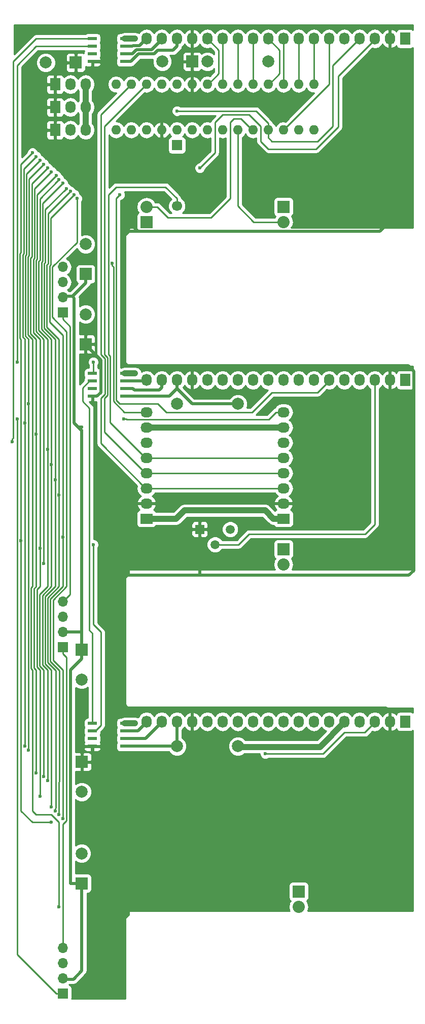
<source format=gbr>
G04 #@! TF.FileFunction,Copper,L1,Top,Signal*
%FSLAX46Y46*%
G04 Gerber Fmt 4.6, Leading zero omitted, Abs format (unit mm)*
G04 Created by KiCad (PCBNEW 4.0.2-stable) date maandag 04 september 2017 19:31:41*
%MOMM*%
G01*
G04 APERTURE LIST*
%ADD10C,0.100000*%
%ADD11R,1.727200X2.032000*%
%ADD12O,1.727200X2.032000*%
%ADD13R,2.032000X1.727200*%
%ADD14O,2.032000X1.727200*%
%ADD15C,1.510000*%
%ADD16R,1.510000X1.510000*%
%ADD17R,2.032000X2.032000*%
%ADD18O,2.032000X2.032000*%
%ADD19R,1.550000X0.600000*%
%ADD20O,1.600000X1.600000*%
%ADD21C,1.699260*%
%ADD22R,1.699260X1.699260*%
%ADD23C,1.998980*%
%ADD24R,2.000000X2.000000*%
%ADD25C,2.000000*%
%ADD26R,1.700000X1.700000*%
%ADD27O,1.700000X1.700000*%
%ADD28C,0.600000*%
%ADD29C,0.500000*%
%ADD30C,1.000000*%
%ADD31C,0.250000*%
%ADD32C,0.254000*%
G04 APERTURE END LIST*
D10*
D11*
X154930000Y-28360000D03*
D12*
X152390000Y-28360000D03*
X149850000Y-28360000D03*
X147310000Y-28360000D03*
X144770000Y-28360000D03*
X142230000Y-28360000D03*
X139690000Y-28360000D03*
X137150000Y-28360000D03*
X134610000Y-28360000D03*
X132070000Y-28360000D03*
X129530000Y-28360000D03*
X126990000Y-28360000D03*
X124450000Y-28360000D03*
X121910000Y-28360000D03*
X119370000Y-28360000D03*
X116830000Y-28360000D03*
X114290000Y-28360000D03*
X111750000Y-28360000D03*
D11*
X154930000Y-85360000D03*
D12*
X152390000Y-85360000D03*
X149850000Y-85360000D03*
X147310000Y-85360000D03*
X144770000Y-85360000D03*
X142230000Y-85360000D03*
X139690000Y-85360000D03*
X137150000Y-85360000D03*
X134610000Y-85360000D03*
X132070000Y-85360000D03*
X129530000Y-85360000D03*
X126990000Y-85360000D03*
X124450000Y-85360000D03*
X121910000Y-85360000D03*
X119370000Y-85360000D03*
X116830000Y-85360000D03*
X114290000Y-85360000D03*
X111750000Y-85360000D03*
D11*
X154930000Y-142360000D03*
D12*
X152390000Y-142360000D03*
X149850000Y-142360000D03*
X147310000Y-142360000D03*
X144770000Y-142360000D03*
X142230000Y-142360000D03*
X139690000Y-142360000D03*
X137150000Y-142360000D03*
X134610000Y-142360000D03*
X132070000Y-142360000D03*
X129530000Y-142360000D03*
X126990000Y-142360000D03*
X124450000Y-142360000D03*
X121910000Y-142360000D03*
X119370000Y-142360000D03*
X116830000Y-142360000D03*
X114290000Y-142360000D03*
X111750000Y-142360000D03*
D11*
X96510000Y-35980000D03*
D12*
X99050000Y-35980000D03*
X101590000Y-35980000D03*
D11*
X96510000Y-39790000D03*
D12*
X99050000Y-39790000D03*
X101590000Y-39790000D03*
D11*
X96510000Y-43600000D03*
D12*
X99050000Y-43600000D03*
X101590000Y-43600000D03*
D13*
X111750000Y-108490000D03*
D14*
X111750000Y-105950000D03*
X111750000Y-103410000D03*
X111750000Y-100870000D03*
X111750000Y-98330000D03*
X111750000Y-95790000D03*
X111750000Y-93250000D03*
X111750000Y-90710000D03*
D15*
X125720000Y-110275000D03*
D16*
X120640000Y-110275000D03*
D15*
X123180000Y-112815000D03*
D17*
X137150000Y-170720000D03*
D18*
X137150000Y-173260000D03*
D17*
X134610000Y-113570000D03*
D18*
X134610000Y-116110000D03*
D17*
X134610000Y-56420000D03*
D18*
X134610000Y-58960000D03*
D17*
X111750000Y-58960000D03*
D18*
X111750000Y-56420000D03*
D13*
X134610000Y-108490000D03*
D14*
X134610000Y-105950000D03*
X134610000Y-103410000D03*
X134610000Y-100870000D03*
X134610000Y-98330000D03*
X134610000Y-95790000D03*
X134610000Y-93250000D03*
X134610000Y-90710000D03*
D19*
X108100000Y-88050000D03*
X108100000Y-86780000D03*
X108100000Y-85510000D03*
X108100000Y-84240000D03*
X102700000Y-84240000D03*
X102700000Y-85510000D03*
X102700000Y-86780000D03*
X102700000Y-88050000D03*
X108100000Y-32170000D03*
X108100000Y-30900000D03*
X108100000Y-29630000D03*
X108100000Y-28360000D03*
X102700000Y-28360000D03*
X102700000Y-29630000D03*
X102700000Y-30900000D03*
X102700000Y-32170000D03*
X108100000Y-146470000D03*
X108100000Y-145200000D03*
X108100000Y-143930000D03*
X108100000Y-142660000D03*
X102700000Y-142660000D03*
X102700000Y-143930000D03*
X102700000Y-145200000D03*
X102700000Y-146470000D03*
D20*
X139690000Y-35980000D03*
X137150000Y-35980000D03*
X134610000Y-35980000D03*
X132070000Y-35980000D03*
X129530000Y-35980000D03*
X126990000Y-35980000D03*
X124450000Y-35980000D03*
X121910000Y-35980000D03*
X119370000Y-35980000D03*
X116830000Y-35980000D03*
X114290000Y-35980000D03*
X111750000Y-35980000D03*
X109210000Y-35980000D03*
X106670000Y-35980000D03*
X106670000Y-43600000D03*
X109210000Y-43600000D03*
X111750000Y-43600000D03*
X114290000Y-43600000D03*
X116830000Y-43600000D03*
X119370000Y-43600000D03*
X121910000Y-43600000D03*
X124450000Y-43600000D03*
X126990000Y-43600000D03*
X129530000Y-43600000D03*
X132070000Y-43600000D03*
X134610000Y-43600000D03*
X137150000Y-43600000D03*
X139690000Y-43600000D03*
D21*
X116832540Y-56300520D03*
D22*
X116832540Y-46140520D03*
D23*
X116830000Y-146470000D03*
X126990000Y-146470000D03*
X126990000Y-89320000D03*
X116830000Y-89320000D03*
X121910000Y-32170000D03*
X132070000Y-32170000D03*
D24*
X119370000Y-32170000D03*
D25*
X114370000Y-32170000D03*
D24*
X99930000Y-32360000D03*
D25*
X94930000Y-32360000D03*
D24*
X101590000Y-67650000D03*
D25*
X101590000Y-62650000D03*
D24*
X101590000Y-79360000D03*
D25*
X101590000Y-74360000D03*
D24*
X100955000Y-149090000D03*
D25*
X100955000Y-154090000D03*
D24*
X100930000Y-169360000D03*
D25*
X100930000Y-164360000D03*
D24*
X100930000Y-130360000D03*
D25*
X100930000Y-135360000D03*
D26*
X97780000Y-187745000D03*
D27*
X97780000Y-185205000D03*
X97780000Y-182665000D03*
X97780000Y-180125000D03*
D26*
X97780000Y-129960000D03*
D27*
X97780000Y-127420000D03*
X97780000Y-124880000D03*
X97780000Y-122340000D03*
D26*
X97780000Y-74080000D03*
D27*
X97780000Y-71540000D03*
X97780000Y-69000000D03*
X97780000Y-66460000D03*
D28*
X109845000Y-84240000D03*
X109845000Y-28360000D03*
X109845000Y-142660000D03*
X102860000Y-112815000D03*
X90160000Y-82335000D03*
X102860000Y-82335000D03*
X94605000Y-49315000D03*
X97135010Y-173280539D03*
X96675013Y-51220000D03*
X94605000Y-115990000D03*
X131562000Y-147740000D03*
X93970000Y-154852000D03*
X93970000Y-113450000D03*
X120640000Y-49950000D03*
X95875000Y-50585000D03*
X95875000Y-159170000D03*
X116830000Y-40425000D03*
X92700000Y-47410000D03*
X90795000Y-112180000D03*
X97749979Y-158535000D03*
X100119958Y-55052364D03*
X97145000Y-157900000D03*
X97780000Y-111545000D03*
X99674984Y-54387520D03*
X96510000Y-157265000D03*
X97145000Y-104560000D03*
X99050000Y-53819031D03*
X95875000Y-156630000D03*
X96510000Y-102020000D03*
X98387744Y-53365029D03*
X95240000Y-152185000D03*
X95875000Y-99480000D03*
X97780000Y-52490000D03*
X94605000Y-151550000D03*
X97150951Y-51863041D03*
X95240000Y-96940000D03*
X93335000Y-150915000D03*
X95240000Y-49950000D03*
X93335000Y-94400000D03*
X126990000Y-142360000D03*
X92065000Y-147105000D03*
X93970000Y-48680000D03*
X92065000Y-89320000D03*
X91430000Y-146470000D03*
X93335000Y-48045000D03*
X91430000Y-92495000D03*
X107305000Y-54395000D03*
X100955000Y-93220010D03*
X100955000Y-93765000D03*
X90160000Y-91860000D03*
X107940002Y-91860000D03*
X89280990Y-95670000D03*
X106035000Y-65825000D03*
D29*
X102700000Y-147270000D02*
X102700000Y-146470000D01*
X121910000Y-147740000D02*
X120640000Y-149010000D01*
X121910000Y-146416000D02*
X121910000Y-147740000D01*
X119370000Y-143876000D02*
X121910000Y-146416000D01*
X119370000Y-142360000D02*
X119370000Y-143876000D01*
X101590000Y-79483842D02*
X101590000Y-79360000D01*
X104130000Y-82023842D02*
X101590000Y-79483842D01*
X104130000Y-87415000D02*
X104130000Y-82023842D01*
X103495000Y-88050000D02*
X104130000Y-87415000D01*
X102700000Y-88050000D02*
X103495000Y-88050000D01*
X107690064Y-70494549D02*
X107980011Y-70204602D01*
X107690064Y-82085064D02*
X107690064Y-70494549D01*
X152390000Y-82970000D02*
X108575000Y-82970000D01*
X108575000Y-82970000D02*
X107690064Y-82085064D01*
X107980011Y-69065398D02*
X107690064Y-68775451D01*
X107980011Y-70204602D02*
X107980011Y-69065398D01*
X107690064Y-68775451D02*
X107690064Y-61629936D01*
X108793999Y-60526001D02*
X110480000Y-60526001D01*
X107690064Y-61629936D02*
X108793999Y-60526001D01*
X114290000Y-43600000D02*
X114290000Y-44235000D01*
X114925000Y-45486370D02*
X114925000Y-49315000D01*
X114290000Y-43720000D02*
X114290000Y-44851370D01*
X114290000Y-44851370D02*
X114925000Y-45486370D01*
X114290000Y-42330000D02*
X114290000Y-43720000D01*
X119370000Y-36100000D02*
X119370000Y-37250000D01*
X110293999Y-60526001D02*
X110480000Y-60526001D01*
X110480000Y-60526001D02*
X150703999Y-60526001D01*
X109210000Y-59442002D02*
X110293999Y-60526001D01*
X109210000Y-55030000D02*
X109210000Y-59442002D01*
X150703999Y-60526001D02*
X153695001Y-57534999D01*
X153695001Y-57534999D02*
X153695001Y-43635001D01*
X152390000Y-142360000D02*
X152390000Y-146535000D01*
X96510000Y-39790000D02*
X96510000Y-43600000D01*
X96510000Y-35980000D02*
X96510000Y-39790000D01*
X152390000Y-82970000D02*
X155409602Y-82970000D01*
X152390000Y-85360000D02*
X152390000Y-82970000D01*
X155565000Y-117895000D02*
X121910000Y-117895000D01*
X121910000Y-117895000D02*
X108575000Y-117895000D01*
X120640000Y-117895000D02*
X121910000Y-117895000D01*
X120640000Y-108490000D02*
X120640000Y-117895000D01*
X152390000Y-28360000D02*
X152390000Y-42330000D01*
X152390000Y-42330000D02*
X153695001Y-43635001D01*
X156343601Y-83903999D02*
X156343601Y-117116399D01*
X155409602Y-82970000D02*
X156343601Y-83903999D01*
X107940000Y-118530000D02*
X107940000Y-139485000D01*
X108575000Y-117895000D02*
X107940000Y-118530000D01*
X156343601Y-117116399D02*
X155565000Y-117895000D01*
X152390000Y-140755000D02*
X152390000Y-142360000D01*
X107940000Y-139485000D02*
X108575000Y-140120000D01*
X151755000Y-140120000D02*
X152390000Y-140755000D01*
X108575000Y-140120000D02*
X151755000Y-140120000D01*
X102700000Y-32170000D02*
X104765000Y-32170000D01*
X104765000Y-32170000D02*
X105400000Y-31535000D01*
X105400000Y-31535000D02*
X105400000Y-27090000D01*
X105400000Y-27090000D02*
X106035000Y-26455000D01*
X106035000Y-26455000D02*
X118981000Y-26455000D01*
X118981000Y-26455000D02*
X119370000Y-26844000D01*
X119370000Y-26844000D02*
X119370000Y-28360000D01*
D30*
X111750000Y-108490000D02*
X116710000Y-108490000D01*
X116710000Y-108490000D02*
X118100000Y-107100000D01*
X118100000Y-107100000D02*
X131562000Y-107100000D01*
X131562000Y-107100000D02*
X132952000Y-108490000D01*
X132952000Y-108490000D02*
X134610000Y-108490000D01*
X101590000Y-39790000D02*
X101590000Y-43600000D01*
X101590000Y-35980000D02*
X101590000Y-39790000D01*
X126990000Y-146590000D02*
X140692400Y-146590000D01*
X140692400Y-146590000D02*
X144770000Y-142512400D01*
X144770000Y-142512400D02*
X144770000Y-142360000D01*
X108100000Y-84240000D02*
X109845000Y-84240000D01*
X108100000Y-28360000D02*
X109845000Y-28360000D01*
X108100000Y-142660000D02*
X109845000Y-142660000D01*
D31*
X111597600Y-103410000D02*
X111750000Y-103410000D01*
X104805011Y-87694598D02*
X104130000Y-88369609D01*
X104170011Y-41019989D02*
X104170011Y-81109244D01*
X109210000Y-35980000D02*
X104170011Y-41019989D01*
X104170011Y-81109244D02*
X104805011Y-81744244D01*
X104130000Y-95942400D02*
X111597600Y-103410000D01*
X104130000Y-88369609D02*
X104130000Y-95942400D01*
X104805011Y-81744244D02*
X104805011Y-87694598D01*
X111750000Y-103410000D02*
X134610000Y-103410000D01*
X104765000Y-88371019D02*
X104765000Y-94037400D01*
X104765000Y-81067822D02*
X105255022Y-81557844D01*
X104765000Y-42965000D02*
X104765000Y-81067822D01*
X111597600Y-100870000D02*
X111750000Y-100870000D01*
X104765000Y-94037400D02*
X111597600Y-100870000D01*
X111750000Y-35980000D02*
X104765000Y-42965000D01*
X105255022Y-81557844D02*
X105255022Y-87880998D01*
X105255022Y-87880998D02*
X104765000Y-88371019D01*
X111750000Y-100870000D02*
X134610000Y-100870000D01*
X102700000Y-143930000D02*
X103175000Y-143930000D01*
X103175000Y-143930000D02*
X104130000Y-142975000D01*
X104130000Y-142975000D02*
X104130000Y-127420000D01*
X104130000Y-127420000D02*
X102860000Y-126150000D01*
X102860000Y-126150000D02*
X102860000Y-112815000D01*
X134457600Y-95790000D02*
X134610000Y-95790000D01*
X102700000Y-142660000D02*
X102700000Y-127580000D01*
X102225000Y-127105000D02*
X102225000Y-90051413D01*
X102225000Y-85510000D02*
X102700000Y-85510000D01*
X102700000Y-127580000D02*
X102225000Y-127105000D01*
X102225000Y-90051413D02*
X101049988Y-88876401D01*
X101049988Y-88876401D02*
X101049988Y-86685012D01*
X101049988Y-86685012D02*
X102225000Y-85510000D01*
X90160000Y-82335000D02*
X90160000Y-32805000D01*
X90160000Y-32805000D02*
X93335000Y-29630000D01*
X93335000Y-29630000D02*
X101675000Y-29630000D01*
X101675000Y-29630000D02*
X102700000Y-29630000D01*
X102860000Y-82335000D02*
X102860000Y-84080000D01*
X102860000Y-84080000D02*
X102700000Y-84240000D01*
X92700000Y-78519356D02*
X91960044Y-77779400D01*
X91960044Y-64776198D02*
X92145033Y-64591209D01*
X92446000Y-120054000D02*
X92700000Y-119800000D01*
X92446000Y-133516000D02*
X92446000Y-120054000D01*
X92145033Y-51774967D02*
X94605000Y-49315000D01*
X92145033Y-64591209D02*
X92145033Y-51774967D01*
X91960044Y-77779400D02*
X91960044Y-64776198D01*
X92700000Y-119800000D02*
X92700000Y-78519356D01*
X93335000Y-157900000D02*
X92690002Y-157255002D01*
X97145000Y-159170000D02*
X95875000Y-157900000D01*
X95875000Y-157900000D02*
X93335000Y-157900000D01*
X97135010Y-159179990D02*
X97145000Y-159170000D01*
X97135010Y-173280539D02*
X97135010Y-159179990D01*
X92700000Y-133770000D02*
X92446000Y-133516000D01*
X92690002Y-133779998D02*
X92700000Y-133770000D01*
X92690002Y-157255002D02*
X92690002Y-133779998D01*
X93310077Y-65335398D02*
X93495066Y-65150409D01*
X93310077Y-77220199D02*
X93310077Y-65335398D01*
X94605000Y-78515123D02*
X93310077Y-77220199D01*
X94605000Y-115990000D02*
X94605000Y-78515123D01*
X96375014Y-51519999D02*
X96675013Y-51220000D01*
X93495066Y-54399947D02*
X96375014Y-51519999D01*
X93495066Y-65150409D02*
X93495066Y-54399947D01*
X126990000Y-56300000D02*
X126990000Y-43720000D01*
X129650000Y-58960000D02*
X126990000Y-56300000D01*
X134610000Y-58960000D02*
X129650000Y-58960000D01*
X126355000Y-41695000D02*
X127505000Y-41695000D01*
X125720000Y-55030000D02*
X125720000Y-42330000D01*
X126355000Y-41695000D02*
X125720000Y-42330000D01*
X111750000Y-56420000D02*
X113535000Y-56420000D01*
X113535000Y-56420000D02*
X115320000Y-58205000D01*
X115320000Y-58205000D02*
X122545000Y-58205000D01*
X122545000Y-58205000D02*
X125720000Y-55030000D01*
X127505000Y-41695000D02*
X129530000Y-43720000D01*
X99050000Y-39790000D02*
X99050000Y-39942400D01*
X99050000Y-39942400D02*
X99040000Y-39952400D01*
X99050000Y-43600000D02*
X99050000Y-43752400D01*
X99050000Y-43600000D02*
X99050000Y-43447600D01*
X93045055Y-53414945D02*
X93045055Y-64964009D01*
X93970000Y-113025736D02*
X93970000Y-113450000D01*
X93970000Y-78516534D02*
X93970000Y-113025736D01*
X92860066Y-65148998D02*
X92860066Y-77406600D01*
X93045055Y-64964009D02*
X92860066Y-65148998D01*
X92860066Y-77406600D02*
X93970000Y-78516534D01*
X95875000Y-50585000D02*
X93045055Y-53414945D01*
X93970000Y-154427736D02*
X93970000Y-154852000D01*
X93462000Y-133259179D02*
X93970000Y-133767179D01*
X93462000Y-120310822D02*
X93462000Y-133259179D01*
X93970000Y-119802822D02*
X93462000Y-120310822D01*
X93970000Y-133767179D02*
X93970000Y-154427736D01*
X93970000Y-113450000D02*
X93970000Y-119802822D01*
X131562000Y-147740000D02*
X141214000Y-147740000D01*
X141214000Y-147740000D02*
X144770000Y-144184000D01*
X144770000Y-144184000D02*
X148178400Y-144184000D01*
X149850000Y-142512400D02*
X149850000Y-142360000D01*
X148178400Y-144184000D02*
X149850000Y-142512400D01*
X140071000Y-46775000D02*
X143754000Y-43092000D01*
X143754000Y-34608400D02*
X143754000Y-43092000D01*
X149850000Y-28360000D02*
X149850000Y-28512400D01*
X149850000Y-28512400D02*
X143754000Y-34608400D01*
X132070000Y-46775000D02*
X140071000Y-46775000D01*
X130800000Y-45505000D02*
X132070000Y-46775000D01*
X128895000Y-111030000D02*
X148260000Y-111030000D01*
X123180000Y-112815000D02*
X127110000Y-112815000D01*
X127110000Y-112815000D02*
X128895000Y-111030000D01*
X148260000Y-111030000D02*
X149850000Y-109440000D01*
X149850000Y-109440000D02*
X149850000Y-85360000D01*
X120640000Y-49950000D02*
X123180000Y-47410000D01*
X123180000Y-47410000D02*
X123180000Y-42330000D01*
X123180000Y-42330000D02*
X124450000Y-41060000D01*
X124450000Y-41060000D02*
X128895000Y-41060000D01*
X128895000Y-41060000D02*
X130800000Y-42965000D01*
X130800000Y-42965000D02*
X130800000Y-45505000D01*
X90795000Y-112180000D02*
X90795000Y-78523589D01*
X90795000Y-49315000D02*
X92700000Y-47410000D01*
X90795000Y-78523589D02*
X90610011Y-78338600D01*
X90610011Y-78338600D02*
X90610011Y-64216998D01*
X90610011Y-64216998D02*
X90795000Y-64032009D01*
X90795000Y-64032009D02*
X90795000Y-49315000D01*
X90795000Y-112180000D02*
X90795000Y-157265000D01*
X90795000Y-157265000D02*
X92700000Y-159170000D01*
X92700000Y-159170000D02*
X95875000Y-159170000D01*
X130026370Y-40425000D02*
X116830000Y-40425000D01*
X132070000Y-42468630D02*
X130026370Y-40425000D01*
X132070000Y-43600000D02*
X132070000Y-42468630D01*
X142865000Y-32805000D02*
X147310000Y-28360000D01*
X142865000Y-42965000D02*
X142865000Y-32805000D01*
X140325000Y-45505000D02*
X142865000Y-42965000D01*
X132705000Y-45505000D02*
X140325000Y-45505000D01*
X132070000Y-44870000D02*
X132705000Y-45505000D01*
X132070000Y-43600000D02*
X132070000Y-44870000D01*
X97749979Y-158110736D02*
X97749979Y-158535000D01*
X100119958Y-62343983D02*
X96010143Y-66453798D01*
X98415000Y-119809875D02*
X96162066Y-122062809D01*
X96162066Y-132140779D02*
X97780000Y-133758713D01*
X97780000Y-158080715D02*
X97749979Y-158110736D01*
X98415000Y-77255000D02*
X98415000Y-119809875D01*
X96162066Y-122062809D02*
X96162066Y-132140779D01*
X96010143Y-74850143D02*
X98415000Y-77255000D01*
X100119958Y-55052364D02*
X100119958Y-62343983D01*
X96010143Y-66453798D02*
X96010143Y-74850143D01*
X97780000Y-133758713D02*
X97780000Y-158080715D01*
X97780000Y-77890000D02*
X97780000Y-111120736D01*
X97780000Y-111120736D02*
X97780000Y-111545000D01*
X95745121Y-58317383D02*
X95745121Y-66082409D01*
X95745121Y-66082409D02*
X95560132Y-66267398D01*
X95560132Y-75670132D02*
X97780000Y-77890000D01*
X95560132Y-66267398D02*
X95560132Y-75670132D01*
X99674984Y-54387520D02*
X95745121Y-58317383D01*
X97215034Y-152409201D02*
X97145000Y-152479235D01*
X95712055Y-121876409D02*
X95712055Y-132327179D01*
X95712055Y-132327179D02*
X97215034Y-133830158D01*
X97780000Y-111545000D02*
X97780000Y-119808464D01*
X97145000Y-152479235D02*
X97145000Y-157475736D01*
X97780000Y-119808464D02*
X95712055Y-121876409D01*
X97145000Y-157475736D02*
X97145000Y-157900000D01*
X97215034Y-133830158D02*
X97215034Y-152409201D01*
X139690000Y-28360000D02*
X139690000Y-36100000D01*
X95110121Y-66080998D02*
X95110121Y-76474600D01*
X95295110Y-65896009D02*
X95110121Y-66080998D01*
X97145000Y-104135736D02*
X97145000Y-104560000D01*
X97145000Y-78509479D02*
X97145000Y-104135736D01*
X95110121Y-76474600D02*
X97145000Y-78509479D01*
X95295110Y-57573921D02*
X95295110Y-65896009D01*
X99050000Y-53819031D02*
X95295110Y-57573921D01*
X96570045Y-133821580D02*
X96570045Y-156780691D01*
X97145000Y-119807054D02*
X95262044Y-121690010D01*
X95262044Y-132513579D02*
X96570045Y-133821580D01*
X97145000Y-104560000D02*
X97145000Y-119807054D01*
X96570045Y-156780691D02*
X96510000Y-156840736D01*
X95262044Y-121690010D02*
X95262044Y-132513579D01*
X96510000Y-156840736D02*
X96510000Y-157265000D01*
X137150000Y-28360000D02*
X137150000Y-36100000D01*
X94660110Y-65894598D02*
X94660110Y-76660999D01*
X94845099Y-65709609D02*
X94660110Y-65894598D01*
X96510000Y-78510890D02*
X96510000Y-101595736D01*
X94660110Y-76660999D02*
X96510000Y-78510890D01*
X98387744Y-53365029D02*
X94845099Y-56907674D01*
X96510000Y-101595736D02*
X96510000Y-102020000D01*
X94845099Y-56907674D02*
X94845099Y-65709609D01*
X96510000Y-102020000D02*
X96510000Y-119805644D01*
X95875000Y-156205736D02*
X95875000Y-156630000D01*
X94812033Y-132699979D02*
X95875000Y-133762946D01*
X96510000Y-119805644D02*
X94812033Y-121503611D01*
X94812033Y-121503611D02*
X94812033Y-132699979D01*
X95875000Y-133762946D02*
X95875000Y-156205736D01*
X134610000Y-28360000D02*
X134610000Y-36100000D01*
X97780000Y-52490000D02*
X94395088Y-55874912D01*
X94395088Y-65523209D02*
X94210099Y-65708198D01*
X95875000Y-99055736D02*
X95875000Y-99480000D01*
X95875000Y-78512301D02*
X95875000Y-99055736D01*
X94210099Y-76847400D02*
X95875000Y-78512301D01*
X94210099Y-65708198D02*
X94210099Y-76847400D01*
X94395088Y-55874912D02*
X94395088Y-65523209D01*
X94362022Y-121317211D02*
X94362022Y-132886379D01*
X95240000Y-151760736D02*
X95240000Y-152185000D01*
X95875000Y-119804233D02*
X94362022Y-121317211D01*
X95875000Y-99480000D02*
X95875000Y-119804233D01*
X94362022Y-132886379D02*
X95240000Y-133764357D01*
X95240000Y-133764357D02*
X95240000Y-151760736D01*
X132070000Y-28360000D02*
X133975000Y-30265000D01*
X133975000Y-30265000D02*
X133975000Y-34195000D01*
X133975000Y-34195000D02*
X132070000Y-36100000D01*
X95240000Y-78513712D02*
X93760088Y-77033800D01*
X93945077Y-55068915D02*
X96850952Y-52163040D01*
X96850952Y-52163040D02*
X97150951Y-51863041D01*
X93945077Y-65336809D02*
X93945077Y-55068915D01*
X93760088Y-77033800D02*
X93760088Y-65521798D01*
X93760088Y-65521798D02*
X93945077Y-65336809D01*
X95240000Y-96940000D02*
X95240000Y-78513712D01*
X94605000Y-151125736D02*
X94605000Y-151550000D01*
X94605000Y-133765768D02*
X94605000Y-151125736D01*
X93912011Y-133072779D02*
X94605000Y-133765768D01*
X95240000Y-119802822D02*
X93912011Y-121130811D01*
X95240000Y-96940000D02*
X95240000Y-119802822D01*
X93912011Y-121130811D02*
X93912011Y-133072779D01*
X129530000Y-28360000D02*
X129530000Y-36100000D01*
X93335000Y-94400000D02*
X93335000Y-78517945D01*
X92595044Y-52594956D02*
X94940001Y-50249999D01*
X92410055Y-77593000D02*
X92410055Y-64962598D01*
X93335000Y-78517945D02*
X92410055Y-77593000D01*
X94940001Y-50249999D02*
X95240000Y-49950000D01*
X92595044Y-64777609D02*
X92595044Y-52594956D01*
X92410055Y-64962598D02*
X92595044Y-64777609D01*
X93335000Y-150490736D02*
X93335000Y-150915000D01*
X93335000Y-133768590D02*
X93335000Y-150490736D01*
X92954000Y-133387590D02*
X93335000Y-133768590D01*
X93335000Y-119801411D02*
X92954000Y-120182411D01*
X92954000Y-120182411D02*
X92954000Y-133387590D01*
X93335000Y-94400000D02*
X93335000Y-119801411D01*
X126990000Y-28360000D02*
X126990000Y-36100000D01*
X92065000Y-89320000D02*
X92065000Y-78520767D01*
X93670001Y-48979999D02*
X93970000Y-48680000D01*
X91695022Y-50954978D02*
X93670001Y-48979999D01*
X91695022Y-64404809D02*
X91695022Y-50954978D01*
X92065000Y-78520767D02*
X91510033Y-77965800D01*
X91510033Y-64589798D02*
X91695022Y-64404809D01*
X91510033Y-77965800D02*
X91510033Y-64589798D01*
X92065000Y-89320000D02*
X92065000Y-119800000D01*
X92065000Y-119800000D02*
X91995989Y-119869011D01*
X91995989Y-119869011D02*
X91995989Y-133702400D01*
X91995989Y-133702400D02*
X92065000Y-133771411D01*
X92065000Y-133771411D02*
X92065000Y-146680736D01*
X92065000Y-146680736D02*
X92065000Y-147105000D01*
X124450000Y-28360000D02*
X124450000Y-36100000D01*
X91430000Y-92495000D02*
X91430000Y-78522178D01*
X91430000Y-78522178D02*
X91060022Y-78152200D01*
X91060022Y-78152200D02*
X91060022Y-64403398D01*
X91245011Y-64218409D02*
X91245011Y-50134989D01*
X91060022Y-64403398D02*
X91245011Y-64218409D01*
X91245011Y-50134989D02*
X93335000Y-48045000D01*
X91430000Y-92495000D02*
X91430000Y-146470000D01*
X121910000Y-28360000D02*
X123815000Y-30265000D01*
X123815000Y-30265000D02*
X123815000Y-34195000D01*
X123815000Y-34195000D02*
X121910000Y-36100000D01*
D29*
X116830000Y-146470000D02*
X116830000Y-142360000D01*
X108100000Y-146470000D02*
X116830000Y-146470000D01*
X108100000Y-145200000D02*
X111602400Y-145200000D01*
X111602400Y-145200000D02*
X114290000Y-142512400D01*
X114290000Y-142512400D02*
X114290000Y-142360000D01*
X108100000Y-143930000D02*
X110332400Y-143930000D01*
X110332400Y-143930000D02*
X111750000Y-142512400D01*
X111750000Y-142512400D02*
X111750000Y-142360000D01*
D31*
X142230000Y-85360000D02*
X142230000Y-85512400D01*
X107305000Y-89320000D02*
X106670000Y-88685000D01*
X142230000Y-85512400D02*
X140327400Y-87415000D01*
X106670000Y-88685000D02*
X106670000Y-55030000D01*
X140327400Y-87415000D02*
X132705000Y-87415000D01*
X132705000Y-87415000D02*
X129375509Y-90744491D01*
X129375509Y-90744491D02*
X115079491Y-90744491D01*
X115079491Y-90744491D02*
X113655000Y-89320000D01*
X113655000Y-89320000D02*
X107305000Y-89320000D01*
X106670000Y-55030000D02*
X107305000Y-54395000D01*
D29*
X116830000Y-86780000D02*
X119370000Y-89320000D01*
X119370000Y-89320000D02*
X126990000Y-89320000D01*
X108100000Y-88050000D02*
X115560000Y-88050000D01*
X115560000Y-88050000D02*
X116830000Y-86780000D01*
X116830000Y-85360000D02*
X116830000Y-86780000D01*
X116830000Y-85512400D02*
X116830000Y-85360000D01*
X109718000Y-87034000D02*
X113882000Y-87034000D01*
X113882000Y-87034000D02*
X114290000Y-86626000D01*
X109464000Y-86780000D02*
X109718000Y-87034000D01*
X109464000Y-86780000D02*
X108100000Y-86780000D01*
X114290000Y-85360000D02*
X114290000Y-86626000D01*
X108100000Y-85510000D02*
X111600000Y-85510000D01*
D31*
X111600000Y-85510000D02*
X111750000Y-85360000D01*
X134610000Y-43720000D02*
X134610000Y-43600000D01*
X142230000Y-35980000D02*
X142230000Y-28360000D01*
X134610000Y-43600000D02*
X142230000Y-35980000D01*
D29*
X110395000Y-30900000D02*
X113020000Y-30900000D01*
X113655000Y-30265000D02*
X113020000Y-30900000D01*
X116191000Y-30265000D02*
X116830000Y-29626000D01*
X116191000Y-30265000D02*
X113655000Y-30265000D01*
X116830000Y-29626000D02*
X116830000Y-28360000D01*
X109125000Y-32170000D02*
X110395000Y-30900000D01*
X108100000Y-32170000D02*
X109125000Y-32170000D01*
X112602411Y-30199989D02*
X114290000Y-28512400D01*
X108100000Y-30900000D02*
X109405035Y-30900000D01*
X110105046Y-30199989D02*
X112602411Y-30199989D01*
X109405035Y-30900000D02*
X110105046Y-30199989D01*
X114290000Y-28512400D02*
X114290000Y-28360000D01*
X110610022Y-29499978D02*
X111750000Y-28360000D01*
X109505022Y-29499978D02*
X110610022Y-29499978D01*
X108100000Y-29630000D02*
X109375000Y-29630000D01*
X109375000Y-29630000D02*
X109505022Y-29499978D01*
D31*
X97780000Y-178922919D02*
X97780000Y-180125000D01*
X98374989Y-158865013D02*
X97780000Y-159460002D01*
X97780000Y-131060000D02*
X98374989Y-131654989D01*
X97780000Y-159460002D02*
X97780000Y-178922919D01*
X98374989Y-131654989D02*
X98374989Y-158865013D01*
X97780000Y-129960000D02*
X97780000Y-131060000D01*
X99009991Y-121110009D02*
X97780000Y-122340000D01*
X99009991Y-76409991D02*
X99009991Y-121110009D01*
X97780000Y-74080000D02*
X97780000Y-75180000D01*
X97780000Y-75180000D02*
X99009991Y-76409991D01*
D29*
X100930000Y-169360000D02*
X99080000Y-169360000D01*
X100930000Y-131890000D02*
X100930000Y-130360000D01*
X99080000Y-169360000D02*
X99050000Y-169330000D01*
X99050000Y-169330000D02*
X99050000Y-133770000D01*
X99050000Y-133770000D02*
X100930000Y-131890000D01*
X100360011Y-93170011D02*
X100410010Y-93220010D01*
X100410010Y-93220010D02*
X100955000Y-93220010D01*
X99382500Y-71360000D02*
X99685000Y-71662500D01*
X99685000Y-71662500D02*
X99685000Y-92495000D01*
X99685000Y-92495000D02*
X100360011Y-93170011D01*
X100360011Y-93170011D02*
X100955000Y-93765000D01*
X100930000Y-130360000D02*
X100930000Y-127420000D01*
X100930000Y-127420000D02*
X100930000Y-125812500D01*
X97780000Y-127420000D02*
X100930000Y-127420000D01*
X100930000Y-125812500D02*
X100955000Y-125787500D01*
X99530000Y-185360000D02*
X100930000Y-183960000D01*
X100930000Y-183960000D02*
X100930000Y-169360000D01*
X97930000Y-185360000D02*
X99530000Y-185360000D01*
X100955000Y-125787500D02*
X100955000Y-93765000D01*
X111750000Y-93250000D02*
X111750000Y-93130000D01*
X111750000Y-93130000D02*
X111870000Y-93250000D01*
D30*
X111870000Y-93250000D02*
X134610000Y-93250000D01*
D29*
X99382500Y-71360000D02*
X101590000Y-69152500D01*
X101590000Y-69152500D02*
X101590000Y-67650000D01*
X99382500Y-71360000D02*
X97930000Y-71360000D01*
D31*
X105705033Y-92437433D02*
X105705033Y-81371444D01*
X111597600Y-98330000D02*
X105705033Y-92437433D01*
X111750000Y-98330000D02*
X111597600Y-98330000D01*
X111750000Y-98330000D02*
X134610000Y-98330000D01*
X105400000Y-81066411D02*
X105400000Y-54395000D01*
X105705033Y-81371444D02*
X105400000Y-81066411D01*
X105400000Y-54395000D02*
X106670000Y-53125000D01*
X116830000Y-55030000D02*
X116830000Y-55969990D01*
X114925000Y-53125000D02*
X116830000Y-55030000D01*
X106670000Y-53125000D02*
X114925000Y-53125000D01*
X97780000Y-187745000D02*
X96680000Y-187745000D01*
X96680000Y-187745000D02*
X90160000Y-181225000D01*
X90160000Y-181225000D02*
X90160000Y-91860000D01*
X108364266Y-91860000D02*
X107940002Y-91860000D01*
X108428617Y-91924351D02*
X108364266Y-91860000D01*
X133344000Y-90710000D02*
X132129649Y-91924351D01*
X134610000Y-90710000D02*
X133344000Y-90710000D01*
X132129649Y-91924351D02*
X108428617Y-91924351D01*
X102700000Y-28360000D02*
X93335000Y-28360000D01*
X93335000Y-28360000D02*
X89525000Y-32170000D01*
X89525000Y-32170000D02*
X89525000Y-95001726D01*
X89525000Y-95001726D02*
X89280990Y-95245736D01*
X89280990Y-95245736D02*
X89280990Y-95670000D01*
X111750000Y-95790000D02*
X111597600Y-95790000D01*
X111750000Y-95790000D02*
X111902400Y-95790000D01*
X106035000Y-66249264D02*
X106035000Y-65825000D01*
X106219989Y-66434253D02*
X106035000Y-66249264D01*
X106219989Y-88871400D02*
X106219989Y-66434253D01*
X108058589Y-90710000D02*
X106219989Y-88871400D01*
X111750000Y-90710000D02*
X108058589Y-90710000D01*
D32*
G36*
X115879421Y-55154223D02*
X115574666Y-55458446D01*
X115348168Y-56003913D01*
X115347652Y-56594536D01*
X115573198Y-57140397D01*
X115877270Y-57445000D01*
X115634802Y-57445000D01*
X114072401Y-55882599D01*
X113825839Y-55717852D01*
X113535000Y-55660000D01*
X113222016Y-55660000D01*
X112949778Y-55252567D01*
X112414155Y-54894675D01*
X111782345Y-54769000D01*
X111717655Y-54769000D01*
X111085845Y-54894675D01*
X110550222Y-55252567D01*
X110192330Y-55788190D01*
X110066655Y-56420000D01*
X110192330Y-57051810D01*
X110419499Y-57391792D01*
X110282559Y-57479910D01*
X110137569Y-57692110D01*
X110086560Y-57944000D01*
X110086560Y-59963000D01*
X108930000Y-59963000D01*
X108880590Y-59973006D01*
X108838965Y-60001447D01*
X108811685Y-60043841D01*
X108803000Y-60090000D01*
X108803000Y-60675262D01*
X108658295Y-60704046D01*
X108427954Y-60857954D01*
X108274046Y-61088295D01*
X108220000Y-61360000D01*
X108220000Y-82360000D01*
X108274046Y-82631705D01*
X108427954Y-82862046D01*
X108658295Y-83015954D01*
X108930000Y-83070000D01*
X156220000Y-83070000D01*
X156220000Y-83866807D01*
X156045490Y-83747569D01*
X155793600Y-83696560D01*
X154066400Y-83696560D01*
X153831083Y-83740838D01*
X153614959Y-83879910D01*
X153469969Y-84092110D01*
X153450768Y-84186927D01*
X153292036Y-84009268D01*
X152764791Y-83755291D01*
X152749026Y-83752642D01*
X152517000Y-83873783D01*
X152517000Y-85233000D01*
X152537000Y-85233000D01*
X152537000Y-85487000D01*
X152517000Y-85487000D01*
X152517000Y-86846217D01*
X152749026Y-86967358D01*
X152764791Y-86964709D01*
X153292036Y-86710732D01*
X153448907Y-86535155D01*
X153463238Y-86611317D01*
X153602310Y-86827441D01*
X153814510Y-86972431D01*
X154066400Y-87023440D01*
X155793600Y-87023440D01*
X156028917Y-86979162D01*
X156220000Y-86856203D01*
X156220000Y-116963000D01*
X136019876Y-116963000D01*
X136167670Y-116741810D01*
X136293345Y-116110000D01*
X136167670Y-115478190D01*
X135940501Y-115138208D01*
X136077441Y-115050090D01*
X136222431Y-114837890D01*
X136273440Y-114586000D01*
X136273440Y-112554000D01*
X136229162Y-112318683D01*
X136090090Y-112102559D01*
X135877890Y-111957569D01*
X135626000Y-111906560D01*
X133594000Y-111906560D01*
X133358683Y-111950838D01*
X133142559Y-112089910D01*
X132997569Y-112302110D01*
X132946560Y-112554000D01*
X132946560Y-114586000D01*
X132990838Y-114821317D01*
X133129910Y-115037441D01*
X133278837Y-115139198D01*
X133052330Y-115478190D01*
X132926655Y-116110000D01*
X133052330Y-116741810D01*
X133200124Y-116963000D01*
X108930000Y-116963000D01*
X108880590Y-116973006D01*
X108838965Y-117001447D01*
X108811685Y-117043841D01*
X108803000Y-117090000D01*
X108803000Y-117675262D01*
X108658295Y-117704046D01*
X108427954Y-117857954D01*
X108274046Y-118088295D01*
X108220000Y-118360000D01*
X108220000Y-139360000D01*
X108274046Y-139631705D01*
X108427954Y-139862046D01*
X108658295Y-140015954D01*
X108930000Y-140070000D01*
X156220000Y-140070000D01*
X156220000Y-140866807D01*
X156045490Y-140747569D01*
X155793600Y-140696560D01*
X154066400Y-140696560D01*
X153831083Y-140740838D01*
X153614959Y-140879910D01*
X153469969Y-141092110D01*
X153450768Y-141186927D01*
X153292036Y-141009268D01*
X152764791Y-140755291D01*
X152749026Y-140752642D01*
X152517000Y-140873783D01*
X152517000Y-142233000D01*
X152537000Y-142233000D01*
X152537000Y-142487000D01*
X152517000Y-142487000D01*
X152517000Y-143846217D01*
X152749026Y-143967358D01*
X152764791Y-143964709D01*
X153292036Y-143710732D01*
X153448907Y-143535155D01*
X153463238Y-143611317D01*
X153602310Y-143827441D01*
X153814510Y-143972431D01*
X154066400Y-144023440D01*
X155793600Y-144023440D01*
X156028917Y-143979162D01*
X156220000Y-143856203D01*
X156220000Y-173963000D01*
X138660102Y-173963000D01*
X138707670Y-173891810D01*
X138833345Y-173260000D01*
X138707670Y-172628190D01*
X138480501Y-172288208D01*
X138617441Y-172200090D01*
X138762431Y-171987890D01*
X138813440Y-171736000D01*
X138813440Y-169704000D01*
X138769162Y-169468683D01*
X138630090Y-169252559D01*
X138417890Y-169107569D01*
X138166000Y-169056560D01*
X136134000Y-169056560D01*
X135898683Y-169100838D01*
X135682559Y-169239910D01*
X135537569Y-169452110D01*
X135486560Y-169704000D01*
X135486560Y-171736000D01*
X135530838Y-171971317D01*
X135669910Y-172187441D01*
X135818837Y-172289198D01*
X135592330Y-172628190D01*
X135466655Y-173260000D01*
X135592330Y-173891810D01*
X135639898Y-173963000D01*
X108930000Y-173963000D01*
X108880590Y-173973006D01*
X108838965Y-174001447D01*
X108811685Y-174043841D01*
X108803000Y-174090000D01*
X108803000Y-174675262D01*
X108658295Y-174704046D01*
X108427954Y-174857954D01*
X108274046Y-175088295D01*
X108220000Y-175360000D01*
X108220000Y-188650000D01*
X99266302Y-188650000D01*
X99277440Y-188595000D01*
X99277440Y-186895000D01*
X99233162Y-186659683D01*
X99094090Y-186443559D01*
X98881890Y-186298569D01*
X98814459Y-186284914D01*
X98859147Y-186255054D01*
X98865865Y-186245000D01*
X99529995Y-186245000D01*
X99530000Y-186245001D01*
X99812484Y-186188810D01*
X99868675Y-186177633D01*
X100155790Y-185985790D01*
X101555787Y-184585792D01*
X101555790Y-184585790D01*
X101747633Y-184298675D01*
X101776223Y-184154946D01*
X101815001Y-183960000D01*
X101815000Y-183959995D01*
X101815000Y-171007440D01*
X101930000Y-171007440D01*
X102165317Y-170963162D01*
X102381441Y-170824090D01*
X102526431Y-170611890D01*
X102577440Y-170360000D01*
X102577440Y-168360000D01*
X102533162Y-168124683D01*
X102394090Y-167908559D01*
X102181890Y-167763569D01*
X101930000Y-167712560D01*
X99935000Y-167712560D01*
X99935000Y-165677523D01*
X100002637Y-165745278D01*
X100603352Y-165994716D01*
X101253795Y-165995284D01*
X101854943Y-165746894D01*
X102315278Y-165287363D01*
X102564716Y-164686648D01*
X102565284Y-164036205D01*
X102316894Y-163435057D01*
X101857363Y-162974722D01*
X101256648Y-162725284D01*
X100606205Y-162724716D01*
X100005057Y-162973106D01*
X99935000Y-163043041D01*
X99935000Y-155382479D01*
X100027637Y-155475278D01*
X100628352Y-155724716D01*
X101278795Y-155725284D01*
X101879943Y-155476894D01*
X102340278Y-155017363D01*
X102589716Y-154416648D01*
X102590284Y-153766205D01*
X102341894Y-153165057D01*
X101882363Y-152704722D01*
X101281648Y-152455284D01*
X100631205Y-152454716D01*
X100030057Y-152703106D01*
X99935000Y-152797997D01*
X99935000Y-150725000D01*
X100669250Y-150725000D01*
X100828000Y-150566250D01*
X100828000Y-149217000D01*
X101082000Y-149217000D01*
X101082000Y-150566250D01*
X101240750Y-150725000D01*
X102081310Y-150725000D01*
X102314699Y-150628327D01*
X102493327Y-150449698D01*
X102590000Y-150216309D01*
X102590000Y-149375750D01*
X102431250Y-149217000D01*
X101082000Y-149217000D01*
X100828000Y-149217000D01*
X100808000Y-149217000D01*
X100808000Y-148963000D01*
X100828000Y-148963000D01*
X100828000Y-147613750D01*
X101082000Y-147613750D01*
X101082000Y-148963000D01*
X102431250Y-148963000D01*
X102590000Y-148804250D01*
X102590000Y-147963691D01*
X102493327Y-147730302D01*
X102314699Y-147551673D01*
X102081310Y-147455000D01*
X101240750Y-147455000D01*
X101082000Y-147613750D01*
X100828000Y-147613750D01*
X100669250Y-147455000D01*
X99935000Y-147455000D01*
X99935000Y-146755750D01*
X101290000Y-146755750D01*
X101290000Y-146896310D01*
X101386673Y-147129699D01*
X101565302Y-147308327D01*
X101798691Y-147405000D01*
X102414250Y-147405000D01*
X102573000Y-147246250D01*
X102573000Y-146597000D01*
X102827000Y-146597000D01*
X102827000Y-147246250D01*
X102985750Y-147405000D01*
X103601309Y-147405000D01*
X103834698Y-147308327D01*
X104013327Y-147129699D01*
X104110000Y-146896310D01*
X104110000Y-146755750D01*
X103951250Y-146597000D01*
X102827000Y-146597000D01*
X102573000Y-146597000D01*
X101448750Y-146597000D01*
X101290000Y-146755750D01*
X99935000Y-146755750D01*
X99935000Y-136677523D01*
X100002637Y-136745278D01*
X100603352Y-136994716D01*
X101253795Y-136995284D01*
X101854943Y-136746894D01*
X101940000Y-136661986D01*
X101940000Y-141712560D01*
X101925000Y-141712560D01*
X101689683Y-141756838D01*
X101473559Y-141895910D01*
X101328569Y-142108110D01*
X101277560Y-142360000D01*
X101277560Y-142960000D01*
X101321838Y-143195317D01*
X101385678Y-143294528D01*
X101328569Y-143378110D01*
X101277560Y-143630000D01*
X101277560Y-144230000D01*
X101321838Y-144465317D01*
X101385678Y-144564528D01*
X101328569Y-144648110D01*
X101277560Y-144900000D01*
X101277560Y-145500000D01*
X101321838Y-145735317D01*
X101380178Y-145825980D01*
X101290000Y-146043690D01*
X101290000Y-146184250D01*
X101448750Y-146343000D01*
X102573000Y-146343000D01*
X102573000Y-146323000D01*
X102827000Y-146323000D01*
X102827000Y-146343000D01*
X103951250Y-146343000D01*
X104110000Y-146184250D01*
X104110000Y-146043690D01*
X104020194Y-145826878D01*
X104071431Y-145751890D01*
X104122440Y-145500000D01*
X104122440Y-144900000D01*
X104078162Y-144664683D01*
X104014322Y-144565472D01*
X104071431Y-144481890D01*
X104122440Y-144230000D01*
X104122440Y-144057362D01*
X104667401Y-143512401D01*
X104832148Y-143265839D01*
X104890000Y-142975000D01*
X104890000Y-142360000D01*
X106677560Y-142360000D01*
X106677560Y-142960000D01*
X106721838Y-143195317D01*
X106785678Y-143294528D01*
X106728569Y-143378110D01*
X106677560Y-143630000D01*
X106677560Y-144230000D01*
X106721838Y-144465317D01*
X106785678Y-144564528D01*
X106728569Y-144648110D01*
X106677560Y-144900000D01*
X106677560Y-145500000D01*
X106721838Y-145735317D01*
X106785678Y-145834528D01*
X106728569Y-145918110D01*
X106677560Y-146170000D01*
X106677560Y-146770000D01*
X106721838Y-147005317D01*
X106860910Y-147221441D01*
X107073110Y-147366431D01*
X107325000Y-147417440D01*
X108875000Y-147417440D01*
X109110317Y-147373162D01*
X109138542Y-147355000D01*
X115427153Y-147355000D01*
X115443538Y-147394655D01*
X115902927Y-147854846D01*
X116503453Y-148104206D01*
X117153694Y-148104774D01*
X117754655Y-147856462D01*
X118214846Y-147397073D01*
X118464206Y-146796547D01*
X118464774Y-146146306D01*
X118216462Y-145545345D01*
X117757073Y-145085154D01*
X117715000Y-145067684D01*
X117715000Y-143721126D01*
X117889670Y-143604415D01*
X118096461Y-143294931D01*
X118467964Y-143710732D01*
X118995209Y-143964709D01*
X119010974Y-143967358D01*
X119243000Y-143846217D01*
X119243000Y-142487000D01*
X119223000Y-142487000D01*
X119223000Y-142233000D01*
X119243000Y-142233000D01*
X119243000Y-140873783D01*
X119497000Y-140873783D01*
X119497000Y-142233000D01*
X119517000Y-142233000D01*
X119517000Y-142487000D01*
X119497000Y-142487000D01*
X119497000Y-143846217D01*
X119729026Y-143967358D01*
X119744791Y-143964709D01*
X120272036Y-143710732D01*
X120643539Y-143294931D01*
X120850330Y-143604415D01*
X121336511Y-143929271D01*
X121910000Y-144043345D01*
X122483489Y-143929271D01*
X122969670Y-143604415D01*
X123180000Y-143289634D01*
X123390330Y-143604415D01*
X123876511Y-143929271D01*
X124450000Y-144043345D01*
X125023489Y-143929271D01*
X125509670Y-143604415D01*
X125720000Y-143289634D01*
X125930330Y-143604415D01*
X126416511Y-143929271D01*
X126990000Y-144043345D01*
X127563489Y-143929271D01*
X128049670Y-143604415D01*
X128260000Y-143289634D01*
X128470330Y-143604415D01*
X128956511Y-143929271D01*
X129530000Y-144043345D01*
X130103489Y-143929271D01*
X130589670Y-143604415D01*
X130800000Y-143289634D01*
X131010330Y-143604415D01*
X131496511Y-143929271D01*
X132070000Y-144043345D01*
X132643489Y-143929271D01*
X133129670Y-143604415D01*
X133340000Y-143289634D01*
X133550330Y-143604415D01*
X134036511Y-143929271D01*
X134610000Y-144043345D01*
X135183489Y-143929271D01*
X135669670Y-143604415D01*
X135880000Y-143289634D01*
X136090330Y-143604415D01*
X136576511Y-143929271D01*
X137150000Y-144043345D01*
X137723489Y-143929271D01*
X138209670Y-143604415D01*
X138420000Y-143289634D01*
X138630330Y-143604415D01*
X139116511Y-143929271D01*
X139690000Y-144043345D01*
X140263489Y-143929271D01*
X140749670Y-143604415D01*
X140960000Y-143289634D01*
X141170330Y-143604415D01*
X141656511Y-143929271D01*
X141732819Y-143944449D01*
X140222268Y-145455000D01*
X128286274Y-145455000D01*
X127917073Y-145085154D01*
X127316547Y-144835794D01*
X126666306Y-144835226D01*
X126065345Y-145083538D01*
X125605154Y-145542927D01*
X125355794Y-146143453D01*
X125355226Y-146793694D01*
X125603538Y-147394655D01*
X126062927Y-147854846D01*
X126663453Y-148104206D01*
X127313694Y-148104774D01*
X127914655Y-147856462D01*
X128046347Y-147725000D01*
X130627012Y-147725000D01*
X130626838Y-147925167D01*
X130768883Y-148268943D01*
X131031673Y-148532192D01*
X131375201Y-148674838D01*
X131747167Y-148675162D01*
X132090943Y-148533117D01*
X132124118Y-148500000D01*
X141214000Y-148500000D01*
X141504839Y-148442148D01*
X141751401Y-148277401D01*
X145084802Y-144944000D01*
X148178400Y-144944000D01*
X148469239Y-144886148D01*
X148715801Y-144721401D01*
X149469536Y-143967666D01*
X149850000Y-144043345D01*
X150423489Y-143929271D01*
X150909670Y-143604415D01*
X151116461Y-143294931D01*
X151487964Y-143710732D01*
X152015209Y-143964709D01*
X152030974Y-143967358D01*
X152263000Y-143846217D01*
X152263000Y-142487000D01*
X152243000Y-142487000D01*
X152243000Y-142233000D01*
X152263000Y-142233000D01*
X152263000Y-140873783D01*
X152030974Y-140752642D01*
X152015209Y-140755291D01*
X151487964Y-141009268D01*
X151116461Y-141425069D01*
X150909670Y-141115585D01*
X150423489Y-140790729D01*
X149850000Y-140676655D01*
X149276511Y-140790729D01*
X148790330Y-141115585D01*
X148580000Y-141430366D01*
X148369670Y-141115585D01*
X147883489Y-140790729D01*
X147310000Y-140676655D01*
X146736511Y-140790729D01*
X146250330Y-141115585D01*
X146040000Y-141430366D01*
X145829670Y-141115585D01*
X145343489Y-140790729D01*
X144770000Y-140676655D01*
X144196511Y-140790729D01*
X143710330Y-141115585D01*
X143500000Y-141430366D01*
X143289670Y-141115585D01*
X142803489Y-140790729D01*
X142230000Y-140676655D01*
X141656511Y-140790729D01*
X141170330Y-141115585D01*
X140960000Y-141430366D01*
X140749670Y-141115585D01*
X140263489Y-140790729D01*
X139690000Y-140676655D01*
X139116511Y-140790729D01*
X138630330Y-141115585D01*
X138420000Y-141430366D01*
X138209670Y-141115585D01*
X137723489Y-140790729D01*
X137150000Y-140676655D01*
X136576511Y-140790729D01*
X136090330Y-141115585D01*
X135880000Y-141430366D01*
X135669670Y-141115585D01*
X135183489Y-140790729D01*
X134610000Y-140676655D01*
X134036511Y-140790729D01*
X133550330Y-141115585D01*
X133340000Y-141430366D01*
X133129670Y-141115585D01*
X132643489Y-140790729D01*
X132070000Y-140676655D01*
X131496511Y-140790729D01*
X131010330Y-141115585D01*
X130800000Y-141430366D01*
X130589670Y-141115585D01*
X130103489Y-140790729D01*
X129530000Y-140676655D01*
X128956511Y-140790729D01*
X128470330Y-141115585D01*
X128260000Y-141430366D01*
X128049670Y-141115585D01*
X127563489Y-140790729D01*
X126990000Y-140676655D01*
X126416511Y-140790729D01*
X125930330Y-141115585D01*
X125720000Y-141430366D01*
X125509670Y-141115585D01*
X125023489Y-140790729D01*
X124450000Y-140676655D01*
X123876511Y-140790729D01*
X123390330Y-141115585D01*
X123180000Y-141430366D01*
X122969670Y-141115585D01*
X122483489Y-140790729D01*
X121910000Y-140676655D01*
X121336511Y-140790729D01*
X120850330Y-141115585D01*
X120643539Y-141425069D01*
X120272036Y-141009268D01*
X119744791Y-140755291D01*
X119729026Y-140752642D01*
X119497000Y-140873783D01*
X119243000Y-140873783D01*
X119010974Y-140752642D01*
X118995209Y-140755291D01*
X118467964Y-141009268D01*
X118096461Y-141425069D01*
X117889670Y-141115585D01*
X117403489Y-140790729D01*
X116830000Y-140676655D01*
X116256511Y-140790729D01*
X115770330Y-141115585D01*
X115560000Y-141430366D01*
X115349670Y-141115585D01*
X114863489Y-140790729D01*
X114290000Y-140676655D01*
X113716511Y-140790729D01*
X113230330Y-141115585D01*
X113020000Y-141430366D01*
X112809670Y-141115585D01*
X112323489Y-140790729D01*
X111750000Y-140676655D01*
X111176511Y-140790729D01*
X110690330Y-141115585D01*
X110365474Y-141601766D01*
X110353679Y-141661065D01*
X110279346Y-141611397D01*
X109845000Y-141525000D01*
X108100000Y-141525000D01*
X107665654Y-141611397D01*
X107514253Y-141712560D01*
X107325000Y-141712560D01*
X107089683Y-141756838D01*
X106873559Y-141895910D01*
X106728569Y-142108110D01*
X106677560Y-142360000D01*
X104890000Y-142360000D01*
X104890000Y-127420000D01*
X104832148Y-127129161D01*
X104832148Y-127129160D01*
X104667401Y-126882599D01*
X103620000Y-125835198D01*
X103620000Y-113377463D01*
X103652192Y-113345327D01*
X103794838Y-113001799D01*
X103795162Y-112629833D01*
X103653117Y-112286057D01*
X103390327Y-112022808D01*
X103046799Y-111880162D01*
X102985000Y-111880108D01*
X102985000Y-110560750D01*
X119250000Y-110560750D01*
X119250000Y-111156310D01*
X119346673Y-111389699D01*
X119525302Y-111568327D01*
X119758691Y-111665000D01*
X120354250Y-111665000D01*
X120513000Y-111506250D01*
X120513000Y-110402000D01*
X120767000Y-110402000D01*
X120767000Y-111506250D01*
X120925750Y-111665000D01*
X121521309Y-111665000D01*
X121754698Y-111568327D01*
X121933327Y-111389699D01*
X122030000Y-111156310D01*
X122030000Y-110560750D01*
X122019525Y-110550275D01*
X124329759Y-110550275D01*
X124540928Y-111061343D01*
X124931600Y-111452698D01*
X125442299Y-111664758D01*
X125995275Y-111665241D01*
X126506343Y-111454072D01*
X126897698Y-111063400D01*
X127109758Y-110552701D01*
X127110241Y-109999725D01*
X126899072Y-109488657D01*
X126508400Y-109097302D01*
X125997701Y-108885242D01*
X125444725Y-108884759D01*
X124933657Y-109095928D01*
X124542302Y-109486600D01*
X124330242Y-109997299D01*
X124329759Y-110550275D01*
X122019525Y-110550275D01*
X121871250Y-110402000D01*
X120767000Y-110402000D01*
X120513000Y-110402000D01*
X119408750Y-110402000D01*
X119250000Y-110560750D01*
X102985000Y-110560750D01*
X102985000Y-107626400D01*
X110086560Y-107626400D01*
X110086560Y-109353600D01*
X110130838Y-109588917D01*
X110269910Y-109805041D01*
X110482110Y-109950031D01*
X110734000Y-110001040D01*
X112766000Y-110001040D01*
X113001317Y-109956762D01*
X113217441Y-109817690D01*
X113349100Y-109625000D01*
X116710000Y-109625000D01*
X117144346Y-109538603D01*
X117361223Y-109393690D01*
X119250000Y-109393690D01*
X119250000Y-109989250D01*
X119408750Y-110148000D01*
X120513000Y-110148000D01*
X120513000Y-109043750D01*
X120767000Y-109043750D01*
X120767000Y-110148000D01*
X121871250Y-110148000D01*
X122030000Y-109989250D01*
X122030000Y-109393690D01*
X121933327Y-109160301D01*
X121754698Y-108981673D01*
X121521309Y-108885000D01*
X120925750Y-108885000D01*
X120767000Y-109043750D01*
X120513000Y-109043750D01*
X120354250Y-108885000D01*
X119758691Y-108885000D01*
X119525302Y-108981673D01*
X119346673Y-109160301D01*
X119250000Y-109393690D01*
X117361223Y-109393690D01*
X117512566Y-109292566D01*
X118570132Y-108235000D01*
X131091868Y-108235000D01*
X132149434Y-109292566D01*
X132517654Y-109538603D01*
X132952000Y-109625000D01*
X133014057Y-109625000D01*
X133129910Y-109805041D01*
X133342110Y-109950031D01*
X133594000Y-110001040D01*
X135626000Y-110001040D01*
X135861317Y-109956762D01*
X136077441Y-109817690D01*
X136222431Y-109605490D01*
X136273440Y-109353600D01*
X136273440Y-107626400D01*
X136229162Y-107391083D01*
X136090090Y-107174959D01*
X135877890Y-107029969D01*
X135783073Y-107010768D01*
X135960732Y-106852036D01*
X136214709Y-106324791D01*
X136217358Y-106309026D01*
X136096217Y-106077000D01*
X134737000Y-106077000D01*
X134737000Y-106097000D01*
X134483000Y-106097000D01*
X134483000Y-106077000D01*
X133123783Y-106077000D01*
X133002642Y-106309026D01*
X133005291Y-106324791D01*
X133259268Y-106852036D01*
X133434845Y-107008907D01*
X133358683Y-107023238D01*
X133195424Y-107128292D01*
X132364566Y-106297434D01*
X131996346Y-106051397D01*
X131562000Y-105965000D01*
X118100000Y-105965000D01*
X117665654Y-106051397D01*
X117297434Y-106297434D01*
X116239868Y-107355000D01*
X113345943Y-107355000D01*
X113230090Y-107174959D01*
X113017890Y-107029969D01*
X112923073Y-107010768D01*
X113100732Y-106852036D01*
X113354709Y-106324791D01*
X113357358Y-106309026D01*
X113236217Y-106077000D01*
X111877000Y-106077000D01*
X111877000Y-106097000D01*
X111623000Y-106097000D01*
X111623000Y-106077000D01*
X110263783Y-106077000D01*
X110142642Y-106309026D01*
X110145291Y-106324791D01*
X110399268Y-106852036D01*
X110574845Y-107008907D01*
X110498683Y-107023238D01*
X110282559Y-107162310D01*
X110137569Y-107374510D01*
X110086560Y-107626400D01*
X102985000Y-107626400D01*
X102985000Y-90051413D01*
X102927148Y-89760574D01*
X102762401Y-89514012D01*
X102233389Y-88985000D01*
X102414250Y-88985000D01*
X102573000Y-88826250D01*
X102573000Y-88177000D01*
X102553000Y-88177000D01*
X102553000Y-87923000D01*
X102573000Y-87923000D01*
X102573000Y-87903000D01*
X102827000Y-87903000D01*
X102827000Y-87923000D01*
X102847000Y-87923000D01*
X102847000Y-88177000D01*
X102827000Y-88177000D01*
X102827000Y-88826250D01*
X102985750Y-88985000D01*
X103370000Y-88985000D01*
X103370000Y-95942400D01*
X103427852Y-96233239D01*
X103592599Y-96479801D01*
X110142334Y-103029536D01*
X110066655Y-103410000D01*
X110180729Y-103983489D01*
X110505585Y-104469670D01*
X110815069Y-104676461D01*
X110399268Y-105047964D01*
X110145291Y-105575209D01*
X110142642Y-105590974D01*
X110263783Y-105823000D01*
X111623000Y-105823000D01*
X111623000Y-105803000D01*
X111877000Y-105803000D01*
X111877000Y-105823000D01*
X113236217Y-105823000D01*
X113357358Y-105590974D01*
X113354709Y-105575209D01*
X113100732Y-105047964D01*
X112684931Y-104676461D01*
X112994415Y-104469670D01*
X113194648Y-104170000D01*
X133165352Y-104170000D01*
X133365585Y-104469670D01*
X133675069Y-104676461D01*
X133259268Y-105047964D01*
X133005291Y-105575209D01*
X133002642Y-105590974D01*
X133123783Y-105823000D01*
X134483000Y-105823000D01*
X134483000Y-105803000D01*
X134737000Y-105803000D01*
X134737000Y-105823000D01*
X136096217Y-105823000D01*
X136217358Y-105590974D01*
X136214709Y-105575209D01*
X135960732Y-105047964D01*
X135544931Y-104676461D01*
X135854415Y-104469670D01*
X136179271Y-103983489D01*
X136293345Y-103410000D01*
X136179271Y-102836511D01*
X135854415Y-102350330D01*
X135539634Y-102140000D01*
X135854415Y-101929670D01*
X136179271Y-101443489D01*
X136293345Y-100870000D01*
X136179271Y-100296511D01*
X135854415Y-99810330D01*
X135539634Y-99600000D01*
X135854415Y-99389670D01*
X136179271Y-98903489D01*
X136293345Y-98330000D01*
X136179271Y-97756511D01*
X135854415Y-97270330D01*
X135539634Y-97060000D01*
X135854415Y-96849670D01*
X136179271Y-96363489D01*
X136293345Y-95790000D01*
X136179271Y-95216511D01*
X135854415Y-94730330D01*
X135539634Y-94520000D01*
X135854415Y-94309670D01*
X136179271Y-93823489D01*
X136293345Y-93250000D01*
X136179271Y-92676511D01*
X135854415Y-92190330D01*
X135539634Y-91980000D01*
X135854415Y-91769670D01*
X136179271Y-91283489D01*
X136293345Y-90710000D01*
X136179271Y-90136511D01*
X135854415Y-89650330D01*
X135368234Y-89325474D01*
X134794745Y-89211400D01*
X134425255Y-89211400D01*
X133851766Y-89325474D01*
X133365585Y-89650330D01*
X133137968Y-89990983D01*
X133053161Y-90007852D01*
X132806599Y-90172599D01*
X131814847Y-91164351D01*
X130030451Y-91164351D01*
X133019802Y-88175000D01*
X140327400Y-88175000D01*
X140618239Y-88117148D01*
X140864801Y-87952401D01*
X141849536Y-86967666D01*
X142230000Y-87043345D01*
X142803489Y-86929271D01*
X143289670Y-86604415D01*
X143500000Y-86289634D01*
X143710330Y-86604415D01*
X144196511Y-86929271D01*
X144770000Y-87043345D01*
X145343489Y-86929271D01*
X145829670Y-86604415D01*
X146040000Y-86289634D01*
X146250330Y-86604415D01*
X146736511Y-86929271D01*
X147310000Y-87043345D01*
X147883489Y-86929271D01*
X148369670Y-86604415D01*
X148580000Y-86289634D01*
X148790330Y-86604415D01*
X149090000Y-86804648D01*
X149090000Y-109125198D01*
X147945198Y-110270000D01*
X128895000Y-110270000D01*
X128604160Y-110327852D01*
X128357599Y-110492599D01*
X126795198Y-112055000D01*
X124369957Y-112055000D01*
X124359072Y-112028657D01*
X123968400Y-111637302D01*
X123457701Y-111425242D01*
X122904725Y-111424759D01*
X122393657Y-111635928D01*
X122002302Y-112026600D01*
X121790242Y-112537299D01*
X121789759Y-113090275D01*
X122000928Y-113601343D01*
X122391600Y-113992698D01*
X122902299Y-114204758D01*
X123455275Y-114205241D01*
X123966343Y-113994072D01*
X124357698Y-113603400D01*
X124369491Y-113575000D01*
X127110000Y-113575000D01*
X127400839Y-113517148D01*
X127647401Y-113352401D01*
X129209802Y-111790000D01*
X148260000Y-111790000D01*
X148550839Y-111732148D01*
X148797401Y-111567401D01*
X150387401Y-109977401D01*
X150552148Y-109730839D01*
X150610000Y-109440000D01*
X150610000Y-86804648D01*
X150909670Y-86604415D01*
X151116461Y-86294931D01*
X151487964Y-86710732D01*
X152015209Y-86964709D01*
X152030974Y-86967358D01*
X152263000Y-86846217D01*
X152263000Y-85487000D01*
X152243000Y-85487000D01*
X152243000Y-85233000D01*
X152263000Y-85233000D01*
X152263000Y-83873783D01*
X152030974Y-83752642D01*
X152015209Y-83755291D01*
X151487964Y-84009268D01*
X151116461Y-84425069D01*
X150909670Y-84115585D01*
X150423489Y-83790729D01*
X149850000Y-83676655D01*
X149276511Y-83790729D01*
X148790330Y-84115585D01*
X148580000Y-84430366D01*
X148369670Y-84115585D01*
X147883489Y-83790729D01*
X147310000Y-83676655D01*
X146736511Y-83790729D01*
X146250330Y-84115585D01*
X146040000Y-84430366D01*
X145829670Y-84115585D01*
X145343489Y-83790729D01*
X144770000Y-83676655D01*
X144196511Y-83790729D01*
X143710330Y-84115585D01*
X143500000Y-84430366D01*
X143289670Y-84115585D01*
X142803489Y-83790729D01*
X142230000Y-83676655D01*
X141656511Y-83790729D01*
X141170330Y-84115585D01*
X140960000Y-84430366D01*
X140749670Y-84115585D01*
X140263489Y-83790729D01*
X139690000Y-83676655D01*
X139116511Y-83790729D01*
X138630330Y-84115585D01*
X138420000Y-84430366D01*
X138209670Y-84115585D01*
X137723489Y-83790729D01*
X137150000Y-83676655D01*
X136576511Y-83790729D01*
X136090330Y-84115585D01*
X135880000Y-84430366D01*
X135669670Y-84115585D01*
X135183489Y-83790729D01*
X134610000Y-83676655D01*
X134036511Y-83790729D01*
X133550330Y-84115585D01*
X133340000Y-84430366D01*
X133129670Y-84115585D01*
X132643489Y-83790729D01*
X132070000Y-83676655D01*
X131496511Y-83790729D01*
X131010330Y-84115585D01*
X130800000Y-84430366D01*
X130589670Y-84115585D01*
X130103489Y-83790729D01*
X129530000Y-83676655D01*
X128956511Y-83790729D01*
X128470330Y-84115585D01*
X128260000Y-84430366D01*
X128049670Y-84115585D01*
X127563489Y-83790729D01*
X126990000Y-83676655D01*
X126416511Y-83790729D01*
X125930330Y-84115585D01*
X125720000Y-84430366D01*
X125509670Y-84115585D01*
X125023489Y-83790729D01*
X124450000Y-83676655D01*
X123876511Y-83790729D01*
X123390330Y-84115585D01*
X123180000Y-84430366D01*
X122969670Y-84115585D01*
X122483489Y-83790729D01*
X121910000Y-83676655D01*
X121336511Y-83790729D01*
X120850330Y-84115585D01*
X120643539Y-84425069D01*
X120272036Y-84009268D01*
X119744791Y-83755291D01*
X119729026Y-83752642D01*
X119497000Y-83873783D01*
X119497000Y-85233000D01*
X119517000Y-85233000D01*
X119517000Y-85487000D01*
X119497000Y-85487000D01*
X119497000Y-86846217D01*
X119729026Y-86967358D01*
X119744791Y-86964709D01*
X120272036Y-86710732D01*
X120643539Y-86294931D01*
X120850330Y-86604415D01*
X121336511Y-86929271D01*
X121910000Y-87043345D01*
X122483489Y-86929271D01*
X122969670Y-86604415D01*
X123180000Y-86289634D01*
X123390330Y-86604415D01*
X123876511Y-86929271D01*
X124450000Y-87043345D01*
X125023489Y-86929271D01*
X125509670Y-86604415D01*
X125720000Y-86289634D01*
X125930330Y-86604415D01*
X126416511Y-86929271D01*
X126990000Y-87043345D01*
X127563489Y-86929271D01*
X128049670Y-86604415D01*
X128260000Y-86289634D01*
X128470330Y-86604415D01*
X128956511Y-86929271D01*
X129530000Y-87043345D01*
X130103489Y-86929271D01*
X130589670Y-86604415D01*
X130800000Y-86289634D01*
X131010330Y-86604415D01*
X131496511Y-86929271D01*
X132013159Y-87032039D01*
X129060707Y-89984491D01*
X128483879Y-89984491D01*
X128624206Y-89646547D01*
X128624774Y-88996306D01*
X128376462Y-88395345D01*
X127917073Y-87935154D01*
X127316547Y-87685794D01*
X126666306Y-87685226D01*
X126065345Y-87933538D01*
X125605154Y-88392927D01*
X125587684Y-88435000D01*
X119736579Y-88435000D01*
X117896209Y-86594629D01*
X118096461Y-86294931D01*
X118467964Y-86710732D01*
X118995209Y-86964709D01*
X119010974Y-86967358D01*
X119243000Y-86846217D01*
X119243000Y-85487000D01*
X119223000Y-85487000D01*
X119223000Y-85233000D01*
X119243000Y-85233000D01*
X119243000Y-83873783D01*
X119010974Y-83752642D01*
X118995209Y-83755291D01*
X118467964Y-84009268D01*
X118096461Y-84425069D01*
X117889670Y-84115585D01*
X117403489Y-83790729D01*
X116830000Y-83676655D01*
X116256511Y-83790729D01*
X115770330Y-84115585D01*
X115560000Y-84430366D01*
X115349670Y-84115585D01*
X114863489Y-83790729D01*
X114290000Y-83676655D01*
X113716511Y-83790729D01*
X113230330Y-84115585D01*
X113020000Y-84430366D01*
X112809670Y-84115585D01*
X112323489Y-83790729D01*
X111750000Y-83676655D01*
X111176511Y-83790729D01*
X110924172Y-83959336D01*
X110893603Y-83805654D01*
X110647566Y-83437434D01*
X110279346Y-83191397D01*
X109845000Y-83105000D01*
X108100000Y-83105000D01*
X107665654Y-83191397D01*
X107514253Y-83292560D01*
X107430000Y-83292560D01*
X107430000Y-55344802D01*
X107444680Y-55330122D01*
X107490167Y-55330162D01*
X107833943Y-55188117D01*
X108097192Y-54925327D01*
X108239838Y-54581799D01*
X108240162Y-54209833D01*
X108105944Y-53885000D01*
X114610198Y-53885000D01*
X115879421Y-55154223D01*
X115879421Y-55154223D01*
G37*
X115879421Y-55154223D02*
X115574666Y-55458446D01*
X115348168Y-56003913D01*
X115347652Y-56594536D01*
X115573198Y-57140397D01*
X115877270Y-57445000D01*
X115634802Y-57445000D01*
X114072401Y-55882599D01*
X113825839Y-55717852D01*
X113535000Y-55660000D01*
X113222016Y-55660000D01*
X112949778Y-55252567D01*
X112414155Y-54894675D01*
X111782345Y-54769000D01*
X111717655Y-54769000D01*
X111085845Y-54894675D01*
X110550222Y-55252567D01*
X110192330Y-55788190D01*
X110066655Y-56420000D01*
X110192330Y-57051810D01*
X110419499Y-57391792D01*
X110282559Y-57479910D01*
X110137569Y-57692110D01*
X110086560Y-57944000D01*
X110086560Y-59963000D01*
X108930000Y-59963000D01*
X108880590Y-59973006D01*
X108838965Y-60001447D01*
X108811685Y-60043841D01*
X108803000Y-60090000D01*
X108803000Y-60675262D01*
X108658295Y-60704046D01*
X108427954Y-60857954D01*
X108274046Y-61088295D01*
X108220000Y-61360000D01*
X108220000Y-82360000D01*
X108274046Y-82631705D01*
X108427954Y-82862046D01*
X108658295Y-83015954D01*
X108930000Y-83070000D01*
X156220000Y-83070000D01*
X156220000Y-83866807D01*
X156045490Y-83747569D01*
X155793600Y-83696560D01*
X154066400Y-83696560D01*
X153831083Y-83740838D01*
X153614959Y-83879910D01*
X153469969Y-84092110D01*
X153450768Y-84186927D01*
X153292036Y-84009268D01*
X152764791Y-83755291D01*
X152749026Y-83752642D01*
X152517000Y-83873783D01*
X152517000Y-85233000D01*
X152537000Y-85233000D01*
X152537000Y-85487000D01*
X152517000Y-85487000D01*
X152517000Y-86846217D01*
X152749026Y-86967358D01*
X152764791Y-86964709D01*
X153292036Y-86710732D01*
X153448907Y-86535155D01*
X153463238Y-86611317D01*
X153602310Y-86827441D01*
X153814510Y-86972431D01*
X154066400Y-87023440D01*
X155793600Y-87023440D01*
X156028917Y-86979162D01*
X156220000Y-86856203D01*
X156220000Y-116963000D01*
X136019876Y-116963000D01*
X136167670Y-116741810D01*
X136293345Y-116110000D01*
X136167670Y-115478190D01*
X135940501Y-115138208D01*
X136077441Y-115050090D01*
X136222431Y-114837890D01*
X136273440Y-114586000D01*
X136273440Y-112554000D01*
X136229162Y-112318683D01*
X136090090Y-112102559D01*
X135877890Y-111957569D01*
X135626000Y-111906560D01*
X133594000Y-111906560D01*
X133358683Y-111950838D01*
X133142559Y-112089910D01*
X132997569Y-112302110D01*
X132946560Y-112554000D01*
X132946560Y-114586000D01*
X132990838Y-114821317D01*
X133129910Y-115037441D01*
X133278837Y-115139198D01*
X133052330Y-115478190D01*
X132926655Y-116110000D01*
X133052330Y-116741810D01*
X133200124Y-116963000D01*
X108930000Y-116963000D01*
X108880590Y-116973006D01*
X108838965Y-117001447D01*
X108811685Y-117043841D01*
X108803000Y-117090000D01*
X108803000Y-117675262D01*
X108658295Y-117704046D01*
X108427954Y-117857954D01*
X108274046Y-118088295D01*
X108220000Y-118360000D01*
X108220000Y-139360000D01*
X108274046Y-139631705D01*
X108427954Y-139862046D01*
X108658295Y-140015954D01*
X108930000Y-140070000D01*
X156220000Y-140070000D01*
X156220000Y-140866807D01*
X156045490Y-140747569D01*
X155793600Y-140696560D01*
X154066400Y-140696560D01*
X153831083Y-140740838D01*
X153614959Y-140879910D01*
X153469969Y-141092110D01*
X153450768Y-141186927D01*
X153292036Y-141009268D01*
X152764791Y-140755291D01*
X152749026Y-140752642D01*
X152517000Y-140873783D01*
X152517000Y-142233000D01*
X152537000Y-142233000D01*
X152537000Y-142487000D01*
X152517000Y-142487000D01*
X152517000Y-143846217D01*
X152749026Y-143967358D01*
X152764791Y-143964709D01*
X153292036Y-143710732D01*
X153448907Y-143535155D01*
X153463238Y-143611317D01*
X153602310Y-143827441D01*
X153814510Y-143972431D01*
X154066400Y-144023440D01*
X155793600Y-144023440D01*
X156028917Y-143979162D01*
X156220000Y-143856203D01*
X156220000Y-173963000D01*
X138660102Y-173963000D01*
X138707670Y-173891810D01*
X138833345Y-173260000D01*
X138707670Y-172628190D01*
X138480501Y-172288208D01*
X138617441Y-172200090D01*
X138762431Y-171987890D01*
X138813440Y-171736000D01*
X138813440Y-169704000D01*
X138769162Y-169468683D01*
X138630090Y-169252559D01*
X138417890Y-169107569D01*
X138166000Y-169056560D01*
X136134000Y-169056560D01*
X135898683Y-169100838D01*
X135682559Y-169239910D01*
X135537569Y-169452110D01*
X135486560Y-169704000D01*
X135486560Y-171736000D01*
X135530838Y-171971317D01*
X135669910Y-172187441D01*
X135818837Y-172289198D01*
X135592330Y-172628190D01*
X135466655Y-173260000D01*
X135592330Y-173891810D01*
X135639898Y-173963000D01*
X108930000Y-173963000D01*
X108880590Y-173973006D01*
X108838965Y-174001447D01*
X108811685Y-174043841D01*
X108803000Y-174090000D01*
X108803000Y-174675262D01*
X108658295Y-174704046D01*
X108427954Y-174857954D01*
X108274046Y-175088295D01*
X108220000Y-175360000D01*
X108220000Y-188650000D01*
X99266302Y-188650000D01*
X99277440Y-188595000D01*
X99277440Y-186895000D01*
X99233162Y-186659683D01*
X99094090Y-186443559D01*
X98881890Y-186298569D01*
X98814459Y-186284914D01*
X98859147Y-186255054D01*
X98865865Y-186245000D01*
X99529995Y-186245000D01*
X99530000Y-186245001D01*
X99812484Y-186188810D01*
X99868675Y-186177633D01*
X100155790Y-185985790D01*
X101555787Y-184585792D01*
X101555790Y-184585790D01*
X101747633Y-184298675D01*
X101776223Y-184154946D01*
X101815001Y-183960000D01*
X101815000Y-183959995D01*
X101815000Y-171007440D01*
X101930000Y-171007440D01*
X102165317Y-170963162D01*
X102381441Y-170824090D01*
X102526431Y-170611890D01*
X102577440Y-170360000D01*
X102577440Y-168360000D01*
X102533162Y-168124683D01*
X102394090Y-167908559D01*
X102181890Y-167763569D01*
X101930000Y-167712560D01*
X99935000Y-167712560D01*
X99935000Y-165677523D01*
X100002637Y-165745278D01*
X100603352Y-165994716D01*
X101253795Y-165995284D01*
X101854943Y-165746894D01*
X102315278Y-165287363D01*
X102564716Y-164686648D01*
X102565284Y-164036205D01*
X102316894Y-163435057D01*
X101857363Y-162974722D01*
X101256648Y-162725284D01*
X100606205Y-162724716D01*
X100005057Y-162973106D01*
X99935000Y-163043041D01*
X99935000Y-155382479D01*
X100027637Y-155475278D01*
X100628352Y-155724716D01*
X101278795Y-155725284D01*
X101879943Y-155476894D01*
X102340278Y-155017363D01*
X102589716Y-154416648D01*
X102590284Y-153766205D01*
X102341894Y-153165057D01*
X101882363Y-152704722D01*
X101281648Y-152455284D01*
X100631205Y-152454716D01*
X100030057Y-152703106D01*
X99935000Y-152797997D01*
X99935000Y-150725000D01*
X100669250Y-150725000D01*
X100828000Y-150566250D01*
X100828000Y-149217000D01*
X101082000Y-149217000D01*
X101082000Y-150566250D01*
X101240750Y-150725000D01*
X102081310Y-150725000D01*
X102314699Y-150628327D01*
X102493327Y-150449698D01*
X102590000Y-150216309D01*
X102590000Y-149375750D01*
X102431250Y-149217000D01*
X101082000Y-149217000D01*
X100828000Y-149217000D01*
X100808000Y-149217000D01*
X100808000Y-148963000D01*
X100828000Y-148963000D01*
X100828000Y-147613750D01*
X101082000Y-147613750D01*
X101082000Y-148963000D01*
X102431250Y-148963000D01*
X102590000Y-148804250D01*
X102590000Y-147963691D01*
X102493327Y-147730302D01*
X102314699Y-147551673D01*
X102081310Y-147455000D01*
X101240750Y-147455000D01*
X101082000Y-147613750D01*
X100828000Y-147613750D01*
X100669250Y-147455000D01*
X99935000Y-147455000D01*
X99935000Y-146755750D01*
X101290000Y-146755750D01*
X101290000Y-146896310D01*
X101386673Y-147129699D01*
X101565302Y-147308327D01*
X101798691Y-147405000D01*
X102414250Y-147405000D01*
X102573000Y-147246250D01*
X102573000Y-146597000D01*
X102827000Y-146597000D01*
X102827000Y-147246250D01*
X102985750Y-147405000D01*
X103601309Y-147405000D01*
X103834698Y-147308327D01*
X104013327Y-147129699D01*
X104110000Y-146896310D01*
X104110000Y-146755750D01*
X103951250Y-146597000D01*
X102827000Y-146597000D01*
X102573000Y-146597000D01*
X101448750Y-146597000D01*
X101290000Y-146755750D01*
X99935000Y-146755750D01*
X99935000Y-136677523D01*
X100002637Y-136745278D01*
X100603352Y-136994716D01*
X101253795Y-136995284D01*
X101854943Y-136746894D01*
X101940000Y-136661986D01*
X101940000Y-141712560D01*
X101925000Y-141712560D01*
X101689683Y-141756838D01*
X101473559Y-141895910D01*
X101328569Y-142108110D01*
X101277560Y-142360000D01*
X101277560Y-142960000D01*
X101321838Y-143195317D01*
X101385678Y-143294528D01*
X101328569Y-143378110D01*
X101277560Y-143630000D01*
X101277560Y-144230000D01*
X101321838Y-144465317D01*
X101385678Y-144564528D01*
X101328569Y-144648110D01*
X101277560Y-144900000D01*
X101277560Y-145500000D01*
X101321838Y-145735317D01*
X101380178Y-145825980D01*
X101290000Y-146043690D01*
X101290000Y-146184250D01*
X101448750Y-146343000D01*
X102573000Y-146343000D01*
X102573000Y-146323000D01*
X102827000Y-146323000D01*
X102827000Y-146343000D01*
X103951250Y-146343000D01*
X104110000Y-146184250D01*
X104110000Y-146043690D01*
X104020194Y-145826878D01*
X104071431Y-145751890D01*
X104122440Y-145500000D01*
X104122440Y-144900000D01*
X104078162Y-144664683D01*
X104014322Y-144565472D01*
X104071431Y-144481890D01*
X104122440Y-144230000D01*
X104122440Y-144057362D01*
X104667401Y-143512401D01*
X104832148Y-143265839D01*
X104890000Y-142975000D01*
X104890000Y-142360000D01*
X106677560Y-142360000D01*
X106677560Y-142960000D01*
X106721838Y-143195317D01*
X106785678Y-143294528D01*
X106728569Y-143378110D01*
X106677560Y-143630000D01*
X106677560Y-144230000D01*
X106721838Y-144465317D01*
X106785678Y-144564528D01*
X106728569Y-144648110D01*
X106677560Y-144900000D01*
X106677560Y-145500000D01*
X106721838Y-145735317D01*
X106785678Y-145834528D01*
X106728569Y-145918110D01*
X106677560Y-146170000D01*
X106677560Y-146770000D01*
X106721838Y-147005317D01*
X106860910Y-147221441D01*
X107073110Y-147366431D01*
X107325000Y-147417440D01*
X108875000Y-147417440D01*
X109110317Y-147373162D01*
X109138542Y-147355000D01*
X115427153Y-147355000D01*
X115443538Y-147394655D01*
X115902927Y-147854846D01*
X116503453Y-148104206D01*
X117153694Y-148104774D01*
X117754655Y-147856462D01*
X118214846Y-147397073D01*
X118464206Y-146796547D01*
X118464774Y-146146306D01*
X118216462Y-145545345D01*
X117757073Y-145085154D01*
X117715000Y-145067684D01*
X117715000Y-143721126D01*
X117889670Y-143604415D01*
X118096461Y-143294931D01*
X118467964Y-143710732D01*
X118995209Y-143964709D01*
X119010974Y-143967358D01*
X119243000Y-143846217D01*
X119243000Y-142487000D01*
X119223000Y-142487000D01*
X119223000Y-142233000D01*
X119243000Y-142233000D01*
X119243000Y-140873783D01*
X119497000Y-140873783D01*
X119497000Y-142233000D01*
X119517000Y-142233000D01*
X119517000Y-142487000D01*
X119497000Y-142487000D01*
X119497000Y-143846217D01*
X119729026Y-143967358D01*
X119744791Y-143964709D01*
X120272036Y-143710732D01*
X120643539Y-143294931D01*
X120850330Y-143604415D01*
X121336511Y-143929271D01*
X121910000Y-144043345D01*
X122483489Y-143929271D01*
X122969670Y-143604415D01*
X123180000Y-143289634D01*
X123390330Y-143604415D01*
X123876511Y-143929271D01*
X124450000Y-144043345D01*
X125023489Y-143929271D01*
X125509670Y-143604415D01*
X125720000Y-143289634D01*
X125930330Y-143604415D01*
X126416511Y-143929271D01*
X126990000Y-144043345D01*
X127563489Y-143929271D01*
X128049670Y-143604415D01*
X128260000Y-143289634D01*
X128470330Y-143604415D01*
X128956511Y-143929271D01*
X129530000Y-144043345D01*
X130103489Y-143929271D01*
X130589670Y-143604415D01*
X130800000Y-143289634D01*
X131010330Y-143604415D01*
X131496511Y-143929271D01*
X132070000Y-144043345D01*
X132643489Y-143929271D01*
X133129670Y-143604415D01*
X133340000Y-143289634D01*
X133550330Y-143604415D01*
X134036511Y-143929271D01*
X134610000Y-144043345D01*
X135183489Y-143929271D01*
X135669670Y-143604415D01*
X135880000Y-143289634D01*
X136090330Y-143604415D01*
X136576511Y-143929271D01*
X137150000Y-144043345D01*
X137723489Y-143929271D01*
X138209670Y-143604415D01*
X138420000Y-143289634D01*
X138630330Y-143604415D01*
X139116511Y-143929271D01*
X139690000Y-144043345D01*
X140263489Y-143929271D01*
X140749670Y-143604415D01*
X140960000Y-143289634D01*
X141170330Y-143604415D01*
X141656511Y-143929271D01*
X141732819Y-143944449D01*
X140222268Y-145455000D01*
X128286274Y-145455000D01*
X127917073Y-145085154D01*
X127316547Y-144835794D01*
X126666306Y-144835226D01*
X126065345Y-145083538D01*
X125605154Y-145542927D01*
X125355794Y-146143453D01*
X125355226Y-146793694D01*
X125603538Y-147394655D01*
X126062927Y-147854846D01*
X126663453Y-148104206D01*
X127313694Y-148104774D01*
X127914655Y-147856462D01*
X128046347Y-147725000D01*
X130627012Y-147725000D01*
X130626838Y-147925167D01*
X130768883Y-148268943D01*
X131031673Y-148532192D01*
X131375201Y-148674838D01*
X131747167Y-148675162D01*
X132090943Y-148533117D01*
X132124118Y-148500000D01*
X141214000Y-148500000D01*
X141504839Y-148442148D01*
X141751401Y-148277401D01*
X145084802Y-144944000D01*
X148178400Y-144944000D01*
X148469239Y-144886148D01*
X148715801Y-144721401D01*
X149469536Y-143967666D01*
X149850000Y-144043345D01*
X150423489Y-143929271D01*
X150909670Y-143604415D01*
X151116461Y-143294931D01*
X151487964Y-143710732D01*
X152015209Y-143964709D01*
X152030974Y-143967358D01*
X152263000Y-143846217D01*
X152263000Y-142487000D01*
X152243000Y-142487000D01*
X152243000Y-142233000D01*
X152263000Y-142233000D01*
X152263000Y-140873783D01*
X152030974Y-140752642D01*
X152015209Y-140755291D01*
X151487964Y-141009268D01*
X151116461Y-141425069D01*
X150909670Y-141115585D01*
X150423489Y-140790729D01*
X149850000Y-140676655D01*
X149276511Y-140790729D01*
X148790330Y-141115585D01*
X148580000Y-141430366D01*
X148369670Y-141115585D01*
X147883489Y-140790729D01*
X147310000Y-140676655D01*
X146736511Y-140790729D01*
X146250330Y-141115585D01*
X146040000Y-141430366D01*
X145829670Y-141115585D01*
X145343489Y-140790729D01*
X144770000Y-140676655D01*
X144196511Y-140790729D01*
X143710330Y-141115585D01*
X143500000Y-141430366D01*
X143289670Y-141115585D01*
X142803489Y-140790729D01*
X142230000Y-140676655D01*
X141656511Y-140790729D01*
X141170330Y-141115585D01*
X140960000Y-141430366D01*
X140749670Y-141115585D01*
X140263489Y-140790729D01*
X139690000Y-140676655D01*
X139116511Y-140790729D01*
X138630330Y-141115585D01*
X138420000Y-141430366D01*
X138209670Y-141115585D01*
X137723489Y-140790729D01*
X137150000Y-140676655D01*
X136576511Y-140790729D01*
X136090330Y-141115585D01*
X135880000Y-141430366D01*
X135669670Y-141115585D01*
X135183489Y-140790729D01*
X134610000Y-140676655D01*
X134036511Y-140790729D01*
X133550330Y-141115585D01*
X133340000Y-141430366D01*
X133129670Y-141115585D01*
X132643489Y-140790729D01*
X132070000Y-140676655D01*
X131496511Y-140790729D01*
X131010330Y-141115585D01*
X130800000Y-141430366D01*
X130589670Y-141115585D01*
X130103489Y-140790729D01*
X129530000Y-140676655D01*
X128956511Y-140790729D01*
X128470330Y-141115585D01*
X128260000Y-141430366D01*
X128049670Y-141115585D01*
X127563489Y-140790729D01*
X126990000Y-140676655D01*
X126416511Y-140790729D01*
X125930330Y-141115585D01*
X125720000Y-141430366D01*
X125509670Y-141115585D01*
X125023489Y-140790729D01*
X124450000Y-140676655D01*
X123876511Y-140790729D01*
X123390330Y-141115585D01*
X123180000Y-141430366D01*
X122969670Y-141115585D01*
X122483489Y-140790729D01*
X121910000Y-140676655D01*
X121336511Y-140790729D01*
X120850330Y-141115585D01*
X120643539Y-141425069D01*
X120272036Y-141009268D01*
X119744791Y-140755291D01*
X119729026Y-140752642D01*
X119497000Y-140873783D01*
X119243000Y-140873783D01*
X119010974Y-140752642D01*
X118995209Y-140755291D01*
X118467964Y-141009268D01*
X118096461Y-141425069D01*
X117889670Y-141115585D01*
X117403489Y-140790729D01*
X116830000Y-140676655D01*
X116256511Y-140790729D01*
X115770330Y-141115585D01*
X115560000Y-141430366D01*
X115349670Y-141115585D01*
X114863489Y-140790729D01*
X114290000Y-140676655D01*
X113716511Y-140790729D01*
X113230330Y-141115585D01*
X113020000Y-141430366D01*
X112809670Y-141115585D01*
X112323489Y-140790729D01*
X111750000Y-140676655D01*
X111176511Y-140790729D01*
X110690330Y-141115585D01*
X110365474Y-141601766D01*
X110353679Y-141661065D01*
X110279346Y-141611397D01*
X109845000Y-141525000D01*
X108100000Y-141525000D01*
X107665654Y-141611397D01*
X107514253Y-141712560D01*
X107325000Y-141712560D01*
X107089683Y-141756838D01*
X106873559Y-141895910D01*
X106728569Y-142108110D01*
X106677560Y-142360000D01*
X104890000Y-142360000D01*
X104890000Y-127420000D01*
X104832148Y-127129161D01*
X104832148Y-127129160D01*
X104667401Y-126882599D01*
X103620000Y-125835198D01*
X103620000Y-113377463D01*
X103652192Y-113345327D01*
X103794838Y-113001799D01*
X103795162Y-112629833D01*
X103653117Y-112286057D01*
X103390327Y-112022808D01*
X103046799Y-111880162D01*
X102985000Y-111880108D01*
X102985000Y-110560750D01*
X119250000Y-110560750D01*
X119250000Y-111156310D01*
X119346673Y-111389699D01*
X119525302Y-111568327D01*
X119758691Y-111665000D01*
X120354250Y-111665000D01*
X120513000Y-111506250D01*
X120513000Y-110402000D01*
X120767000Y-110402000D01*
X120767000Y-111506250D01*
X120925750Y-111665000D01*
X121521309Y-111665000D01*
X121754698Y-111568327D01*
X121933327Y-111389699D01*
X122030000Y-111156310D01*
X122030000Y-110560750D01*
X122019525Y-110550275D01*
X124329759Y-110550275D01*
X124540928Y-111061343D01*
X124931600Y-111452698D01*
X125442299Y-111664758D01*
X125995275Y-111665241D01*
X126506343Y-111454072D01*
X126897698Y-111063400D01*
X127109758Y-110552701D01*
X127110241Y-109999725D01*
X126899072Y-109488657D01*
X126508400Y-109097302D01*
X125997701Y-108885242D01*
X125444725Y-108884759D01*
X124933657Y-109095928D01*
X124542302Y-109486600D01*
X124330242Y-109997299D01*
X124329759Y-110550275D01*
X122019525Y-110550275D01*
X121871250Y-110402000D01*
X120767000Y-110402000D01*
X120513000Y-110402000D01*
X119408750Y-110402000D01*
X119250000Y-110560750D01*
X102985000Y-110560750D01*
X102985000Y-107626400D01*
X110086560Y-107626400D01*
X110086560Y-109353600D01*
X110130838Y-109588917D01*
X110269910Y-109805041D01*
X110482110Y-109950031D01*
X110734000Y-110001040D01*
X112766000Y-110001040D01*
X113001317Y-109956762D01*
X113217441Y-109817690D01*
X113349100Y-109625000D01*
X116710000Y-109625000D01*
X117144346Y-109538603D01*
X117361223Y-109393690D01*
X119250000Y-109393690D01*
X119250000Y-109989250D01*
X119408750Y-110148000D01*
X120513000Y-110148000D01*
X120513000Y-109043750D01*
X120767000Y-109043750D01*
X120767000Y-110148000D01*
X121871250Y-110148000D01*
X122030000Y-109989250D01*
X122030000Y-109393690D01*
X121933327Y-109160301D01*
X121754698Y-108981673D01*
X121521309Y-108885000D01*
X120925750Y-108885000D01*
X120767000Y-109043750D01*
X120513000Y-109043750D01*
X120354250Y-108885000D01*
X119758691Y-108885000D01*
X119525302Y-108981673D01*
X119346673Y-109160301D01*
X119250000Y-109393690D01*
X117361223Y-109393690D01*
X117512566Y-109292566D01*
X118570132Y-108235000D01*
X131091868Y-108235000D01*
X132149434Y-109292566D01*
X132517654Y-109538603D01*
X132952000Y-109625000D01*
X133014057Y-109625000D01*
X133129910Y-109805041D01*
X133342110Y-109950031D01*
X133594000Y-110001040D01*
X135626000Y-110001040D01*
X135861317Y-109956762D01*
X136077441Y-109817690D01*
X136222431Y-109605490D01*
X136273440Y-109353600D01*
X136273440Y-107626400D01*
X136229162Y-107391083D01*
X136090090Y-107174959D01*
X135877890Y-107029969D01*
X135783073Y-107010768D01*
X135960732Y-106852036D01*
X136214709Y-106324791D01*
X136217358Y-106309026D01*
X136096217Y-106077000D01*
X134737000Y-106077000D01*
X134737000Y-106097000D01*
X134483000Y-106097000D01*
X134483000Y-106077000D01*
X133123783Y-106077000D01*
X133002642Y-106309026D01*
X133005291Y-106324791D01*
X133259268Y-106852036D01*
X133434845Y-107008907D01*
X133358683Y-107023238D01*
X133195424Y-107128292D01*
X132364566Y-106297434D01*
X131996346Y-106051397D01*
X131562000Y-105965000D01*
X118100000Y-105965000D01*
X117665654Y-106051397D01*
X117297434Y-106297434D01*
X116239868Y-107355000D01*
X113345943Y-107355000D01*
X113230090Y-107174959D01*
X113017890Y-107029969D01*
X112923073Y-107010768D01*
X113100732Y-106852036D01*
X113354709Y-106324791D01*
X113357358Y-106309026D01*
X113236217Y-106077000D01*
X111877000Y-106077000D01*
X111877000Y-106097000D01*
X111623000Y-106097000D01*
X111623000Y-106077000D01*
X110263783Y-106077000D01*
X110142642Y-106309026D01*
X110145291Y-106324791D01*
X110399268Y-106852036D01*
X110574845Y-107008907D01*
X110498683Y-107023238D01*
X110282559Y-107162310D01*
X110137569Y-107374510D01*
X110086560Y-107626400D01*
X102985000Y-107626400D01*
X102985000Y-90051413D01*
X102927148Y-89760574D01*
X102762401Y-89514012D01*
X102233389Y-88985000D01*
X102414250Y-88985000D01*
X102573000Y-88826250D01*
X102573000Y-88177000D01*
X102553000Y-88177000D01*
X102553000Y-87923000D01*
X102573000Y-87923000D01*
X102573000Y-87903000D01*
X102827000Y-87903000D01*
X102827000Y-87923000D01*
X102847000Y-87923000D01*
X102847000Y-88177000D01*
X102827000Y-88177000D01*
X102827000Y-88826250D01*
X102985750Y-88985000D01*
X103370000Y-88985000D01*
X103370000Y-95942400D01*
X103427852Y-96233239D01*
X103592599Y-96479801D01*
X110142334Y-103029536D01*
X110066655Y-103410000D01*
X110180729Y-103983489D01*
X110505585Y-104469670D01*
X110815069Y-104676461D01*
X110399268Y-105047964D01*
X110145291Y-105575209D01*
X110142642Y-105590974D01*
X110263783Y-105823000D01*
X111623000Y-105823000D01*
X111623000Y-105803000D01*
X111877000Y-105803000D01*
X111877000Y-105823000D01*
X113236217Y-105823000D01*
X113357358Y-105590974D01*
X113354709Y-105575209D01*
X113100732Y-105047964D01*
X112684931Y-104676461D01*
X112994415Y-104469670D01*
X113194648Y-104170000D01*
X133165352Y-104170000D01*
X133365585Y-104469670D01*
X133675069Y-104676461D01*
X133259268Y-105047964D01*
X133005291Y-105575209D01*
X133002642Y-105590974D01*
X133123783Y-105823000D01*
X134483000Y-105823000D01*
X134483000Y-105803000D01*
X134737000Y-105803000D01*
X134737000Y-105823000D01*
X136096217Y-105823000D01*
X136217358Y-105590974D01*
X136214709Y-105575209D01*
X135960732Y-105047964D01*
X135544931Y-104676461D01*
X135854415Y-104469670D01*
X136179271Y-103983489D01*
X136293345Y-103410000D01*
X136179271Y-102836511D01*
X135854415Y-102350330D01*
X135539634Y-102140000D01*
X135854415Y-101929670D01*
X136179271Y-101443489D01*
X136293345Y-100870000D01*
X136179271Y-100296511D01*
X135854415Y-99810330D01*
X135539634Y-99600000D01*
X135854415Y-99389670D01*
X136179271Y-98903489D01*
X136293345Y-98330000D01*
X136179271Y-97756511D01*
X135854415Y-97270330D01*
X135539634Y-97060000D01*
X135854415Y-96849670D01*
X136179271Y-96363489D01*
X136293345Y-95790000D01*
X136179271Y-95216511D01*
X135854415Y-94730330D01*
X135539634Y-94520000D01*
X135854415Y-94309670D01*
X136179271Y-93823489D01*
X136293345Y-93250000D01*
X136179271Y-92676511D01*
X135854415Y-92190330D01*
X135539634Y-91980000D01*
X135854415Y-91769670D01*
X136179271Y-91283489D01*
X136293345Y-90710000D01*
X136179271Y-90136511D01*
X135854415Y-89650330D01*
X135368234Y-89325474D01*
X134794745Y-89211400D01*
X134425255Y-89211400D01*
X133851766Y-89325474D01*
X133365585Y-89650330D01*
X133137968Y-89990983D01*
X133053161Y-90007852D01*
X132806599Y-90172599D01*
X131814847Y-91164351D01*
X130030451Y-91164351D01*
X133019802Y-88175000D01*
X140327400Y-88175000D01*
X140618239Y-88117148D01*
X140864801Y-87952401D01*
X141849536Y-86967666D01*
X142230000Y-87043345D01*
X142803489Y-86929271D01*
X143289670Y-86604415D01*
X143500000Y-86289634D01*
X143710330Y-86604415D01*
X144196511Y-86929271D01*
X144770000Y-87043345D01*
X145343489Y-86929271D01*
X145829670Y-86604415D01*
X146040000Y-86289634D01*
X146250330Y-86604415D01*
X146736511Y-86929271D01*
X147310000Y-87043345D01*
X147883489Y-86929271D01*
X148369670Y-86604415D01*
X148580000Y-86289634D01*
X148790330Y-86604415D01*
X149090000Y-86804648D01*
X149090000Y-109125198D01*
X147945198Y-110270000D01*
X128895000Y-110270000D01*
X128604160Y-110327852D01*
X128357599Y-110492599D01*
X126795198Y-112055000D01*
X124369957Y-112055000D01*
X124359072Y-112028657D01*
X123968400Y-111637302D01*
X123457701Y-111425242D01*
X122904725Y-111424759D01*
X122393657Y-111635928D01*
X122002302Y-112026600D01*
X121790242Y-112537299D01*
X121789759Y-113090275D01*
X122000928Y-113601343D01*
X122391600Y-113992698D01*
X122902299Y-114204758D01*
X123455275Y-114205241D01*
X123966343Y-113994072D01*
X124357698Y-113603400D01*
X124369491Y-113575000D01*
X127110000Y-113575000D01*
X127400839Y-113517148D01*
X127647401Y-113352401D01*
X129209802Y-111790000D01*
X148260000Y-111790000D01*
X148550839Y-111732148D01*
X148797401Y-111567401D01*
X150387401Y-109977401D01*
X150552148Y-109730839D01*
X150610000Y-109440000D01*
X150610000Y-86804648D01*
X150909670Y-86604415D01*
X151116461Y-86294931D01*
X151487964Y-86710732D01*
X152015209Y-86964709D01*
X152030974Y-86967358D01*
X152263000Y-86846217D01*
X152263000Y-85487000D01*
X152243000Y-85487000D01*
X152243000Y-85233000D01*
X152263000Y-85233000D01*
X152263000Y-83873783D01*
X152030974Y-83752642D01*
X152015209Y-83755291D01*
X151487964Y-84009268D01*
X151116461Y-84425069D01*
X150909670Y-84115585D01*
X150423489Y-83790729D01*
X149850000Y-83676655D01*
X149276511Y-83790729D01*
X148790330Y-84115585D01*
X148580000Y-84430366D01*
X148369670Y-84115585D01*
X147883489Y-83790729D01*
X147310000Y-83676655D01*
X146736511Y-83790729D01*
X146250330Y-84115585D01*
X146040000Y-84430366D01*
X145829670Y-84115585D01*
X145343489Y-83790729D01*
X144770000Y-83676655D01*
X144196511Y-83790729D01*
X143710330Y-84115585D01*
X143500000Y-84430366D01*
X143289670Y-84115585D01*
X142803489Y-83790729D01*
X142230000Y-83676655D01*
X141656511Y-83790729D01*
X141170330Y-84115585D01*
X140960000Y-84430366D01*
X140749670Y-84115585D01*
X140263489Y-83790729D01*
X139690000Y-83676655D01*
X139116511Y-83790729D01*
X138630330Y-84115585D01*
X138420000Y-84430366D01*
X138209670Y-84115585D01*
X137723489Y-83790729D01*
X137150000Y-83676655D01*
X136576511Y-83790729D01*
X136090330Y-84115585D01*
X135880000Y-84430366D01*
X135669670Y-84115585D01*
X135183489Y-83790729D01*
X134610000Y-83676655D01*
X134036511Y-83790729D01*
X133550330Y-84115585D01*
X133340000Y-84430366D01*
X133129670Y-84115585D01*
X132643489Y-83790729D01*
X132070000Y-83676655D01*
X131496511Y-83790729D01*
X131010330Y-84115585D01*
X130800000Y-84430366D01*
X130589670Y-84115585D01*
X130103489Y-83790729D01*
X129530000Y-83676655D01*
X128956511Y-83790729D01*
X128470330Y-84115585D01*
X128260000Y-84430366D01*
X128049670Y-84115585D01*
X127563489Y-83790729D01*
X126990000Y-83676655D01*
X126416511Y-83790729D01*
X125930330Y-84115585D01*
X125720000Y-84430366D01*
X125509670Y-84115585D01*
X125023489Y-83790729D01*
X124450000Y-83676655D01*
X123876511Y-83790729D01*
X123390330Y-84115585D01*
X123180000Y-84430366D01*
X122969670Y-84115585D01*
X122483489Y-83790729D01*
X121910000Y-83676655D01*
X121336511Y-83790729D01*
X120850330Y-84115585D01*
X120643539Y-84425069D01*
X120272036Y-84009268D01*
X119744791Y-83755291D01*
X119729026Y-83752642D01*
X119497000Y-83873783D01*
X119497000Y-85233000D01*
X119517000Y-85233000D01*
X119517000Y-85487000D01*
X119497000Y-85487000D01*
X119497000Y-86846217D01*
X119729026Y-86967358D01*
X119744791Y-86964709D01*
X120272036Y-86710732D01*
X120643539Y-86294931D01*
X120850330Y-86604415D01*
X121336511Y-86929271D01*
X121910000Y-87043345D01*
X122483489Y-86929271D01*
X122969670Y-86604415D01*
X123180000Y-86289634D01*
X123390330Y-86604415D01*
X123876511Y-86929271D01*
X124450000Y-87043345D01*
X125023489Y-86929271D01*
X125509670Y-86604415D01*
X125720000Y-86289634D01*
X125930330Y-86604415D01*
X126416511Y-86929271D01*
X126990000Y-87043345D01*
X127563489Y-86929271D01*
X128049670Y-86604415D01*
X128260000Y-86289634D01*
X128470330Y-86604415D01*
X128956511Y-86929271D01*
X129530000Y-87043345D01*
X130103489Y-86929271D01*
X130589670Y-86604415D01*
X130800000Y-86289634D01*
X131010330Y-86604415D01*
X131496511Y-86929271D01*
X132013159Y-87032039D01*
X129060707Y-89984491D01*
X128483879Y-89984491D01*
X128624206Y-89646547D01*
X128624774Y-88996306D01*
X128376462Y-88395345D01*
X127917073Y-87935154D01*
X127316547Y-87685794D01*
X126666306Y-87685226D01*
X126065345Y-87933538D01*
X125605154Y-88392927D01*
X125587684Y-88435000D01*
X119736579Y-88435000D01*
X117896209Y-86594629D01*
X118096461Y-86294931D01*
X118467964Y-86710732D01*
X118995209Y-86964709D01*
X119010974Y-86967358D01*
X119243000Y-86846217D01*
X119243000Y-85487000D01*
X119223000Y-85487000D01*
X119223000Y-85233000D01*
X119243000Y-85233000D01*
X119243000Y-83873783D01*
X119010974Y-83752642D01*
X118995209Y-83755291D01*
X118467964Y-84009268D01*
X118096461Y-84425069D01*
X117889670Y-84115585D01*
X117403489Y-83790729D01*
X116830000Y-83676655D01*
X116256511Y-83790729D01*
X115770330Y-84115585D01*
X115560000Y-84430366D01*
X115349670Y-84115585D01*
X114863489Y-83790729D01*
X114290000Y-83676655D01*
X113716511Y-83790729D01*
X113230330Y-84115585D01*
X113020000Y-84430366D01*
X112809670Y-84115585D01*
X112323489Y-83790729D01*
X111750000Y-83676655D01*
X111176511Y-83790729D01*
X110924172Y-83959336D01*
X110893603Y-83805654D01*
X110647566Y-83437434D01*
X110279346Y-83191397D01*
X109845000Y-83105000D01*
X108100000Y-83105000D01*
X107665654Y-83191397D01*
X107514253Y-83292560D01*
X107430000Y-83292560D01*
X107430000Y-55344802D01*
X107444680Y-55330122D01*
X107490167Y-55330162D01*
X107833943Y-55188117D01*
X108097192Y-54925327D01*
X108239838Y-54581799D01*
X108240162Y-54209833D01*
X108105944Y-53885000D01*
X114610198Y-53885000D01*
X115879421Y-55154223D01*
G36*
X156220000Y-26866807D02*
X156045490Y-26747569D01*
X155793600Y-26696560D01*
X154066400Y-26696560D01*
X153831083Y-26740838D01*
X153614959Y-26879910D01*
X153469969Y-27092110D01*
X153450768Y-27186927D01*
X153292036Y-27009268D01*
X152764791Y-26755291D01*
X152749026Y-26752642D01*
X152517000Y-26873783D01*
X152517000Y-28233000D01*
X152537000Y-28233000D01*
X152537000Y-28487000D01*
X152517000Y-28487000D01*
X152517000Y-29846217D01*
X152749026Y-29967358D01*
X152764791Y-29964709D01*
X153292036Y-29710732D01*
X153448907Y-29535155D01*
X153463238Y-29611317D01*
X153602310Y-29827441D01*
X153814510Y-29972431D01*
X154066400Y-30023440D01*
X155793600Y-30023440D01*
X156028917Y-29979162D01*
X156220000Y-29856203D01*
X156220000Y-59963000D01*
X135919649Y-59963000D01*
X136167670Y-59591810D01*
X136293345Y-58960000D01*
X136167670Y-58328190D01*
X135940501Y-57988208D01*
X136077441Y-57900090D01*
X136222431Y-57687890D01*
X136273440Y-57436000D01*
X136273440Y-55404000D01*
X136229162Y-55168683D01*
X136090090Y-54952559D01*
X135877890Y-54807569D01*
X135626000Y-54756560D01*
X133594000Y-54756560D01*
X133358683Y-54800838D01*
X133142559Y-54939910D01*
X132997569Y-55152110D01*
X132946560Y-55404000D01*
X132946560Y-57436000D01*
X132990838Y-57671317D01*
X133129910Y-57887441D01*
X133278837Y-57989198D01*
X133137984Y-58200000D01*
X129964802Y-58200000D01*
X127750000Y-55985198D01*
X127750000Y-44812995D01*
X128004698Y-44642811D01*
X128260000Y-44260725D01*
X128515302Y-44642811D01*
X128980849Y-44953880D01*
X129530000Y-45063113D01*
X130040000Y-44961668D01*
X130040000Y-45505000D01*
X130097852Y-45795839D01*
X130262599Y-46042401D01*
X131532599Y-47312401D01*
X131779160Y-47477148D01*
X132070000Y-47535000D01*
X140071000Y-47535000D01*
X140361839Y-47477148D01*
X140608401Y-47312401D01*
X144291401Y-43629401D01*
X144456148Y-43382839D01*
X144514000Y-43092000D01*
X144514000Y-34923202D01*
X149469536Y-29967666D01*
X149850000Y-30043345D01*
X150423489Y-29929271D01*
X150909670Y-29604415D01*
X151116461Y-29294931D01*
X151487964Y-29710732D01*
X152015209Y-29964709D01*
X152030974Y-29967358D01*
X152263000Y-29846217D01*
X152263000Y-28487000D01*
X152243000Y-28487000D01*
X152243000Y-28233000D01*
X152263000Y-28233000D01*
X152263000Y-26873783D01*
X152030974Y-26752642D01*
X152015209Y-26755291D01*
X151487964Y-27009268D01*
X151116461Y-27425069D01*
X150909670Y-27115585D01*
X150423489Y-26790729D01*
X149850000Y-26676655D01*
X149276511Y-26790729D01*
X148790330Y-27115585D01*
X148580000Y-27430366D01*
X148369670Y-27115585D01*
X147883489Y-26790729D01*
X147310000Y-26676655D01*
X146736511Y-26790729D01*
X146250330Y-27115585D01*
X146040000Y-27430366D01*
X145829670Y-27115585D01*
X145343489Y-26790729D01*
X144770000Y-26676655D01*
X144196511Y-26790729D01*
X143710330Y-27115585D01*
X143500000Y-27430366D01*
X143289670Y-27115585D01*
X142803489Y-26790729D01*
X142230000Y-26676655D01*
X141656511Y-26790729D01*
X141170330Y-27115585D01*
X140960000Y-27430366D01*
X140749670Y-27115585D01*
X140263489Y-26790729D01*
X139690000Y-26676655D01*
X139116511Y-26790729D01*
X138630330Y-27115585D01*
X138420000Y-27430366D01*
X138209670Y-27115585D01*
X137723489Y-26790729D01*
X137150000Y-26676655D01*
X136576511Y-26790729D01*
X136090330Y-27115585D01*
X135880000Y-27430366D01*
X135669670Y-27115585D01*
X135183489Y-26790729D01*
X134610000Y-26676655D01*
X134036511Y-26790729D01*
X133550330Y-27115585D01*
X133340000Y-27430366D01*
X133129670Y-27115585D01*
X132643489Y-26790729D01*
X132070000Y-26676655D01*
X131496511Y-26790729D01*
X131010330Y-27115585D01*
X130800000Y-27430366D01*
X130589670Y-27115585D01*
X130103489Y-26790729D01*
X129530000Y-26676655D01*
X128956511Y-26790729D01*
X128470330Y-27115585D01*
X128260000Y-27430366D01*
X128049670Y-27115585D01*
X127563489Y-26790729D01*
X126990000Y-26676655D01*
X126416511Y-26790729D01*
X125930330Y-27115585D01*
X125720000Y-27430366D01*
X125509670Y-27115585D01*
X125023489Y-26790729D01*
X124450000Y-26676655D01*
X123876511Y-26790729D01*
X123390330Y-27115585D01*
X123180000Y-27430366D01*
X122969670Y-27115585D01*
X122483489Y-26790729D01*
X121910000Y-26676655D01*
X121336511Y-26790729D01*
X120850330Y-27115585D01*
X120643539Y-27425069D01*
X120272036Y-27009268D01*
X119744791Y-26755291D01*
X119729026Y-26752642D01*
X119497000Y-26873783D01*
X119497000Y-28233000D01*
X119517000Y-28233000D01*
X119517000Y-28487000D01*
X119497000Y-28487000D01*
X119497000Y-29846217D01*
X119729026Y-29967358D01*
X119744791Y-29964709D01*
X120272036Y-29710732D01*
X120643539Y-29294931D01*
X120850330Y-29604415D01*
X121336511Y-29929271D01*
X121910000Y-30043345D01*
X122417579Y-29942381D01*
X123055000Y-30579802D01*
X123055000Y-31003461D01*
X122837073Y-30785154D01*
X122236547Y-30535794D01*
X121586306Y-30535226D01*
X120985345Y-30783538D01*
X120923015Y-30845760D01*
X120908327Y-30810301D01*
X120729698Y-30631673D01*
X120496309Y-30535000D01*
X119655750Y-30535000D01*
X119497000Y-30693750D01*
X119497000Y-32043000D01*
X119517000Y-32043000D01*
X119517000Y-32297000D01*
X119497000Y-32297000D01*
X119497000Y-33646250D01*
X119655750Y-33805000D01*
X120496309Y-33805000D01*
X120729698Y-33708327D01*
X120908327Y-33529699D01*
X120922842Y-33494656D01*
X120982927Y-33554846D01*
X121583453Y-33804206D01*
X122233694Y-33804774D01*
X122834655Y-33556462D01*
X123055000Y-33336501D01*
X123055000Y-33880198D01*
X122333977Y-34601221D01*
X121910000Y-34516887D01*
X121360849Y-34626120D01*
X120895302Y-34937189D01*
X120625014Y-35341703D01*
X120522389Y-35124866D01*
X120107423Y-34748959D01*
X119719039Y-34588096D01*
X119497000Y-34710085D01*
X119497000Y-35853000D01*
X119517000Y-35853000D01*
X119517000Y-36107000D01*
X119497000Y-36107000D01*
X119497000Y-37249915D01*
X119719039Y-37371904D01*
X120107423Y-37211041D01*
X120522389Y-36835134D01*
X120625014Y-36618297D01*
X120895302Y-37022811D01*
X121360849Y-37333880D01*
X121910000Y-37443113D01*
X122459151Y-37333880D01*
X122924698Y-37022811D01*
X123180000Y-36640725D01*
X123435302Y-37022811D01*
X123900849Y-37333880D01*
X124450000Y-37443113D01*
X124999151Y-37333880D01*
X125464698Y-37022811D01*
X125720000Y-36640725D01*
X125975302Y-37022811D01*
X126440849Y-37333880D01*
X126990000Y-37443113D01*
X127539151Y-37333880D01*
X128004698Y-37022811D01*
X128260000Y-36640725D01*
X128515302Y-37022811D01*
X128980849Y-37333880D01*
X129530000Y-37443113D01*
X130079151Y-37333880D01*
X130544698Y-37022811D01*
X130800000Y-36640725D01*
X131055302Y-37022811D01*
X131520849Y-37333880D01*
X132070000Y-37443113D01*
X132619151Y-37333880D01*
X133084698Y-37022811D01*
X133340000Y-36640725D01*
X133595302Y-37022811D01*
X134060849Y-37333880D01*
X134610000Y-37443113D01*
X135159151Y-37333880D01*
X135624698Y-37022811D01*
X135880000Y-36640725D01*
X136135302Y-37022811D01*
X136600849Y-37333880D01*
X137150000Y-37443113D01*
X137699151Y-37333880D01*
X138164698Y-37022811D01*
X138420000Y-36640725D01*
X138675302Y-37022811D01*
X139140849Y-37333880D01*
X139690000Y-37443113D01*
X139692603Y-37442595D01*
X134933886Y-42201312D01*
X134610000Y-42136887D01*
X134060849Y-42246120D01*
X133595302Y-42557189D01*
X133340000Y-42939275D01*
X133084698Y-42557189D01*
X132811275Y-42374493D01*
X132802822Y-42332000D01*
X132772148Y-42177790D01*
X132607401Y-41931229D01*
X130563771Y-39887599D01*
X130317209Y-39722852D01*
X130026370Y-39665000D01*
X117392463Y-39665000D01*
X117360327Y-39632808D01*
X117016799Y-39490162D01*
X116644833Y-39489838D01*
X116301057Y-39631883D01*
X116037808Y-39894673D01*
X115895162Y-40238201D01*
X115894838Y-40610167D01*
X116036883Y-40953943D01*
X116299673Y-41217192D01*
X116643201Y-41359838D01*
X117015167Y-41360162D01*
X117358943Y-41218117D01*
X117392118Y-41185000D01*
X123250198Y-41185000D01*
X122642599Y-41792599D01*
X122477852Y-42039161D01*
X122437540Y-42241821D01*
X121910000Y-42136887D01*
X121360849Y-42246120D01*
X120895302Y-42557189D01*
X120640000Y-42939275D01*
X120384698Y-42557189D01*
X119919151Y-42246120D01*
X119370000Y-42136887D01*
X118820849Y-42246120D01*
X118355302Y-42557189D01*
X118100000Y-42939275D01*
X117844698Y-42557189D01*
X117379151Y-42246120D01*
X116830000Y-42136887D01*
X116280849Y-42246120D01*
X115815302Y-42557189D01*
X115545014Y-42961703D01*
X115442389Y-42744866D01*
X115027423Y-42368959D01*
X114639039Y-42208096D01*
X114417000Y-42330085D01*
X114417000Y-43473000D01*
X114437000Y-43473000D01*
X114437000Y-43727000D01*
X114417000Y-43727000D01*
X114417000Y-44869915D01*
X114639039Y-44991904D01*
X115027423Y-44831041D01*
X115442389Y-44455134D01*
X115545014Y-44238297D01*
X115815302Y-44642811D01*
X115852877Y-44667918D01*
X115747593Y-44687728D01*
X115531469Y-44826800D01*
X115386479Y-45039000D01*
X115335470Y-45290890D01*
X115335470Y-46990150D01*
X115379748Y-47225467D01*
X115518820Y-47441591D01*
X115731020Y-47586581D01*
X115982910Y-47637590D01*
X117682170Y-47637590D01*
X117917487Y-47593312D01*
X118133611Y-47454240D01*
X118278601Y-47242040D01*
X118329610Y-46990150D01*
X118329610Y-45290890D01*
X118285332Y-45055573D01*
X118146260Y-44839449D01*
X117934060Y-44694459D01*
X117806163Y-44668559D01*
X117844698Y-44642811D01*
X118100000Y-44260725D01*
X118355302Y-44642811D01*
X118820849Y-44953880D01*
X119370000Y-45063113D01*
X119919151Y-44953880D01*
X120384698Y-44642811D01*
X120640000Y-44260725D01*
X120895302Y-44642811D01*
X121360849Y-44953880D01*
X121910000Y-45063113D01*
X122420000Y-44961668D01*
X122420000Y-47095198D01*
X120500320Y-49014878D01*
X120454833Y-49014838D01*
X120111057Y-49156883D01*
X119847808Y-49419673D01*
X119705162Y-49763201D01*
X119704838Y-50135167D01*
X119846883Y-50478943D01*
X120109673Y-50742192D01*
X120453201Y-50884838D01*
X120825167Y-50885162D01*
X121168943Y-50743117D01*
X121432192Y-50480327D01*
X121574838Y-50136799D01*
X121574879Y-50089923D01*
X123717401Y-47947401D01*
X123882148Y-47700840D01*
X123902843Y-47596799D01*
X123940000Y-47410000D01*
X123940000Y-44961668D01*
X124450000Y-45063113D01*
X124960000Y-44961668D01*
X124960000Y-54715198D01*
X122230198Y-57445000D01*
X117787480Y-57445000D01*
X118090414Y-57142594D01*
X118316912Y-56597127D01*
X118317428Y-56006504D01*
X118091882Y-55460643D01*
X117674614Y-55042646D01*
X117585124Y-55005486D01*
X117532148Y-54739161D01*
X117367401Y-54492599D01*
X115462401Y-52587599D01*
X115215839Y-52422852D01*
X114925000Y-52365000D01*
X106670000Y-52365000D01*
X106379160Y-52422852D01*
X106132599Y-52587599D01*
X105525000Y-53195198D01*
X105525000Y-44447801D01*
X105655302Y-44642811D01*
X106120849Y-44953880D01*
X106670000Y-45063113D01*
X107219151Y-44953880D01*
X107684698Y-44642811D01*
X107940000Y-44260725D01*
X108195302Y-44642811D01*
X108660849Y-44953880D01*
X109210000Y-45063113D01*
X109759151Y-44953880D01*
X110224698Y-44642811D01*
X110480000Y-44260725D01*
X110735302Y-44642811D01*
X111200849Y-44953880D01*
X111750000Y-45063113D01*
X112299151Y-44953880D01*
X112764698Y-44642811D01*
X113034986Y-44238297D01*
X113137611Y-44455134D01*
X113552577Y-44831041D01*
X113940961Y-44991904D01*
X114163000Y-44869915D01*
X114163000Y-43727000D01*
X114143000Y-43727000D01*
X114143000Y-43473000D01*
X114163000Y-43473000D01*
X114163000Y-42330085D01*
X113940961Y-42208096D01*
X113552577Y-42368959D01*
X113137611Y-42744866D01*
X113034986Y-42961703D01*
X112764698Y-42557189D01*
X112299151Y-42246120D01*
X111750000Y-42136887D01*
X111200849Y-42246120D01*
X110735302Y-42557189D01*
X110480000Y-42939275D01*
X110224698Y-42557189D01*
X109759151Y-42246120D01*
X109210000Y-42136887D01*
X108660849Y-42246120D01*
X108195302Y-42557189D01*
X107940000Y-42939275D01*
X107684698Y-42557189D01*
X107219151Y-42246120D01*
X106670000Y-42136887D01*
X106667397Y-42137405D01*
X111426114Y-37378688D01*
X111750000Y-37443113D01*
X112299151Y-37333880D01*
X112764698Y-37022811D01*
X113020000Y-36640725D01*
X113275302Y-37022811D01*
X113740849Y-37333880D01*
X114290000Y-37443113D01*
X114839151Y-37333880D01*
X115304698Y-37022811D01*
X115560000Y-36640725D01*
X115815302Y-37022811D01*
X116280849Y-37333880D01*
X116830000Y-37443113D01*
X117379151Y-37333880D01*
X117844698Y-37022811D01*
X118114986Y-36618297D01*
X118217611Y-36835134D01*
X118632577Y-37211041D01*
X119020961Y-37371904D01*
X119243000Y-37249915D01*
X119243000Y-36107000D01*
X119223000Y-36107000D01*
X119223000Y-35853000D01*
X119243000Y-35853000D01*
X119243000Y-34710085D01*
X119020961Y-34588096D01*
X118632577Y-34748959D01*
X118217611Y-35124866D01*
X118114986Y-35341703D01*
X117844698Y-34937189D01*
X117379151Y-34626120D01*
X116830000Y-34516887D01*
X116280849Y-34626120D01*
X115815302Y-34937189D01*
X115560000Y-35319275D01*
X115304698Y-34937189D01*
X114839151Y-34626120D01*
X114290000Y-34516887D01*
X113740849Y-34626120D01*
X113275302Y-34937189D01*
X113020000Y-35319275D01*
X112764698Y-34937189D01*
X112299151Y-34626120D01*
X111750000Y-34516887D01*
X111200849Y-34626120D01*
X110735302Y-34937189D01*
X110480000Y-35319275D01*
X110224698Y-34937189D01*
X109759151Y-34626120D01*
X109210000Y-34516887D01*
X108660849Y-34626120D01*
X108195302Y-34937189D01*
X107940000Y-35319275D01*
X107684698Y-34937189D01*
X107219151Y-34626120D01*
X106670000Y-34516887D01*
X106120849Y-34626120D01*
X105655302Y-34937189D01*
X105344233Y-35402736D01*
X105235000Y-35951887D01*
X105235000Y-36008113D01*
X105344233Y-36557264D01*
X105655302Y-37022811D01*
X106120849Y-37333880D01*
X106670000Y-37443113D01*
X106672603Y-37442595D01*
X103632610Y-40482588D01*
X103467863Y-40729150D01*
X103410011Y-41019989D01*
X103410011Y-81109244D01*
X103467863Y-81400083D01*
X103632610Y-81646645D01*
X104045011Y-82059046D01*
X104045011Y-83653165D01*
X103939090Y-83488559D01*
X103726890Y-83343569D01*
X103620000Y-83321923D01*
X103620000Y-82897463D01*
X103652192Y-82865327D01*
X103794838Y-82521799D01*
X103795162Y-82149833D01*
X103653117Y-81806057D01*
X103390327Y-81542808D01*
X103046799Y-81400162D01*
X102674833Y-81399838D01*
X102331057Y-81541883D01*
X102067808Y-81804673D01*
X101925162Y-82148201D01*
X101924838Y-82520167D01*
X102066883Y-82863943D01*
X102100000Y-82897118D01*
X102100000Y-83292560D01*
X101925000Y-83292560D01*
X101689683Y-83336838D01*
X101473559Y-83475910D01*
X101328569Y-83688110D01*
X101277560Y-83940000D01*
X101277560Y-84540000D01*
X101321838Y-84775317D01*
X101385678Y-84874528D01*
X101328569Y-84958110D01*
X101277560Y-85210000D01*
X101277560Y-85382638D01*
X100570000Y-86090198D01*
X100570000Y-80995000D01*
X101304250Y-80995000D01*
X101463000Y-80836250D01*
X101463000Y-79487000D01*
X101717000Y-79487000D01*
X101717000Y-80836250D01*
X101875750Y-80995000D01*
X102716310Y-80995000D01*
X102949699Y-80898327D01*
X103128327Y-80719698D01*
X103225000Y-80486309D01*
X103225000Y-79645750D01*
X103066250Y-79487000D01*
X101717000Y-79487000D01*
X101463000Y-79487000D01*
X101443000Y-79487000D01*
X101443000Y-79233000D01*
X101463000Y-79233000D01*
X101463000Y-77883750D01*
X101717000Y-77883750D01*
X101717000Y-79233000D01*
X103066250Y-79233000D01*
X103225000Y-79074250D01*
X103225000Y-78233691D01*
X103128327Y-78000302D01*
X102949699Y-77821673D01*
X102716310Y-77725000D01*
X101875750Y-77725000D01*
X101717000Y-77883750D01*
X101463000Y-77883750D01*
X101304250Y-77725000D01*
X100570000Y-77725000D01*
X100570000Y-75652479D01*
X100662637Y-75745278D01*
X101263352Y-75994716D01*
X101913795Y-75995284D01*
X102514943Y-75746894D01*
X102975278Y-75287363D01*
X103224716Y-74686648D01*
X103225284Y-74036205D01*
X102976894Y-73435057D01*
X102517363Y-72974722D01*
X101916648Y-72725284D01*
X101266205Y-72724716D01*
X100665057Y-72973106D01*
X100570000Y-73067997D01*
X100570000Y-71662505D01*
X100570001Y-71662500D01*
X100530444Y-71463636D01*
X102215787Y-69778292D01*
X102215790Y-69778290D01*
X102407633Y-69491175D01*
X102446169Y-69297440D01*
X102590000Y-69297440D01*
X102825317Y-69253162D01*
X103041441Y-69114090D01*
X103186431Y-68901890D01*
X103237440Y-68650000D01*
X103237440Y-66650000D01*
X103193162Y-66414683D01*
X103054090Y-66198559D01*
X102841890Y-66053569D01*
X102590000Y-66002560D01*
X100590000Y-66002560D01*
X100354683Y-66046838D01*
X100138559Y-66185910D01*
X99993569Y-66398110D01*
X99942560Y-66650000D01*
X99942560Y-68650000D01*
X99986838Y-68885317D01*
X100125910Y-69101441D01*
X100282492Y-69208429D01*
X99015920Y-70475000D01*
X98836779Y-70475000D01*
X98529974Y-70270000D01*
X98859147Y-70050054D01*
X99181054Y-69568285D01*
X99294093Y-69000000D01*
X99181054Y-68431715D01*
X98859147Y-67949946D01*
X98529974Y-67730000D01*
X98859147Y-67510054D01*
X99181054Y-67028285D01*
X99294093Y-66460000D01*
X99181054Y-65891715D01*
X98859147Y-65409946D01*
X98421334Y-65117409D01*
X100133137Y-63405606D01*
X100203106Y-63574943D01*
X100662637Y-64035278D01*
X101263352Y-64284716D01*
X101913795Y-64285284D01*
X102514943Y-64036894D01*
X102975278Y-63577363D01*
X103224716Y-62976648D01*
X103225284Y-62326205D01*
X102976894Y-61725057D01*
X102517363Y-61264722D01*
X101916648Y-61015284D01*
X101266205Y-61014716D01*
X100879958Y-61174310D01*
X100879958Y-55614827D01*
X100912150Y-55582691D01*
X101054796Y-55239163D01*
X101055120Y-54867197D01*
X100913075Y-54523421D01*
X100650285Y-54260172D01*
X100610110Y-54243490D01*
X100610146Y-54202353D01*
X100468101Y-53858577D01*
X100205311Y-53595328D01*
X99920347Y-53477000D01*
X99843117Y-53290088D01*
X99580327Y-53026839D01*
X99236799Y-52884193D01*
X99200725Y-52884162D01*
X99180861Y-52836086D01*
X98918071Y-52572837D01*
X98715002Y-52488515D01*
X98715162Y-52304833D01*
X98573117Y-51961057D01*
X98310327Y-51697808D01*
X98049619Y-51589552D01*
X97944068Y-51334098D01*
X97681278Y-51070849D01*
X97610169Y-51041322D01*
X97610175Y-51034833D01*
X97468130Y-50691057D01*
X97205340Y-50427808D01*
X96861812Y-50285162D01*
X96762745Y-50285076D01*
X96668117Y-50056057D01*
X96405327Y-49792808D01*
X96141446Y-49683235D01*
X96033117Y-49421057D01*
X95770327Y-49157808D01*
X95506446Y-49048235D01*
X95398117Y-48786057D01*
X95135327Y-48522808D01*
X94871446Y-48413235D01*
X94763117Y-48151057D01*
X94500327Y-47887808D01*
X94236446Y-47778235D01*
X94128117Y-47516057D01*
X93865327Y-47252808D01*
X93601446Y-47143235D01*
X93493117Y-46881057D01*
X93230327Y-46617808D01*
X92886799Y-46475162D01*
X92514833Y-46474838D01*
X92171057Y-46616883D01*
X91907808Y-46879673D01*
X91765162Y-47223201D01*
X91765121Y-47270077D01*
X90920000Y-48115198D01*
X90920000Y-43885750D01*
X95011400Y-43885750D01*
X95011400Y-44742309D01*
X95108073Y-44975698D01*
X95286701Y-45154327D01*
X95520090Y-45251000D01*
X96224250Y-45251000D01*
X96383000Y-45092250D01*
X96383000Y-43727000D01*
X95170150Y-43727000D01*
X95011400Y-43885750D01*
X90920000Y-43885750D01*
X90920000Y-42457691D01*
X95011400Y-42457691D01*
X95011400Y-43314250D01*
X95170150Y-43473000D01*
X96383000Y-43473000D01*
X96383000Y-42107750D01*
X96224250Y-41949000D01*
X95520090Y-41949000D01*
X95286701Y-42045673D01*
X95108073Y-42224302D01*
X95011400Y-42457691D01*
X90920000Y-42457691D01*
X90920000Y-40075750D01*
X95011400Y-40075750D01*
X95011400Y-40932309D01*
X95108073Y-41165698D01*
X95286701Y-41344327D01*
X95520090Y-41441000D01*
X96224250Y-41441000D01*
X96383000Y-41282250D01*
X96383000Y-39917000D01*
X95170150Y-39917000D01*
X95011400Y-40075750D01*
X90920000Y-40075750D01*
X90920000Y-38647691D01*
X95011400Y-38647691D01*
X95011400Y-39504250D01*
X95170150Y-39663000D01*
X96383000Y-39663000D01*
X96383000Y-38297750D01*
X96224250Y-38139000D01*
X95520090Y-38139000D01*
X95286701Y-38235673D01*
X95108073Y-38414302D01*
X95011400Y-38647691D01*
X90920000Y-38647691D01*
X90920000Y-36265750D01*
X95011400Y-36265750D01*
X95011400Y-37122309D01*
X95108073Y-37355698D01*
X95286701Y-37534327D01*
X95520090Y-37631000D01*
X96224250Y-37631000D01*
X96383000Y-37472250D01*
X96383000Y-36107000D01*
X95170150Y-36107000D01*
X95011400Y-36265750D01*
X90920000Y-36265750D01*
X90920000Y-34837691D01*
X95011400Y-34837691D01*
X95011400Y-35694250D01*
X95170150Y-35853000D01*
X96383000Y-35853000D01*
X96383000Y-34487750D01*
X96637000Y-34487750D01*
X96637000Y-35853000D01*
X96657000Y-35853000D01*
X96657000Y-36107000D01*
X96637000Y-36107000D01*
X96637000Y-37472250D01*
X96795750Y-37631000D01*
X97499910Y-37631000D01*
X97733299Y-37534327D01*
X97911927Y-37355698D01*
X97975500Y-37202220D01*
X97990330Y-37224415D01*
X98476511Y-37549271D01*
X99050000Y-37663345D01*
X99623489Y-37549271D01*
X100109670Y-37224415D01*
X100320000Y-36909634D01*
X100455000Y-37111676D01*
X100455000Y-38658324D01*
X100320000Y-38860366D01*
X100109670Y-38545585D01*
X99623489Y-38220729D01*
X99050000Y-38106655D01*
X98476511Y-38220729D01*
X97990330Y-38545585D01*
X97975500Y-38567780D01*
X97911927Y-38414302D01*
X97733299Y-38235673D01*
X97499910Y-38139000D01*
X96795750Y-38139000D01*
X96637000Y-38297750D01*
X96637000Y-39663000D01*
X96657000Y-39663000D01*
X96657000Y-39917000D01*
X96637000Y-39917000D01*
X96637000Y-41282250D01*
X96795750Y-41441000D01*
X97499910Y-41441000D01*
X97733299Y-41344327D01*
X97911927Y-41165698D01*
X97975500Y-41012220D01*
X97990330Y-41034415D01*
X98476511Y-41359271D01*
X99050000Y-41473345D01*
X99623489Y-41359271D01*
X100109670Y-41034415D01*
X100320000Y-40719634D01*
X100455000Y-40921676D01*
X100455000Y-42468324D01*
X100320000Y-42670366D01*
X100109670Y-42355585D01*
X99623489Y-42030729D01*
X99050000Y-41916655D01*
X98476511Y-42030729D01*
X97990330Y-42355585D01*
X97975500Y-42377780D01*
X97911927Y-42224302D01*
X97733299Y-42045673D01*
X97499910Y-41949000D01*
X96795750Y-41949000D01*
X96637000Y-42107750D01*
X96637000Y-43473000D01*
X96657000Y-43473000D01*
X96657000Y-43727000D01*
X96637000Y-43727000D01*
X96637000Y-45092250D01*
X96795750Y-45251000D01*
X97499910Y-45251000D01*
X97733299Y-45154327D01*
X97911927Y-44975698D01*
X97975500Y-44822220D01*
X97990330Y-44844415D01*
X98476511Y-45169271D01*
X99050000Y-45283345D01*
X99623489Y-45169271D01*
X100109670Y-44844415D01*
X100320000Y-44529634D01*
X100530330Y-44844415D01*
X101016511Y-45169271D01*
X101590000Y-45283345D01*
X102163489Y-45169271D01*
X102649670Y-44844415D01*
X102974526Y-44358234D01*
X103088600Y-43784745D01*
X103088600Y-43415255D01*
X102974526Y-42841766D01*
X102725000Y-42468324D01*
X102725000Y-40921676D01*
X102974526Y-40548234D01*
X103088600Y-39974745D01*
X103088600Y-39605255D01*
X102974526Y-39031766D01*
X102725000Y-38658324D01*
X102725000Y-37111676D01*
X102974526Y-36738234D01*
X103088600Y-36164745D01*
X103088600Y-35795255D01*
X102974526Y-35221766D01*
X102649670Y-34735585D01*
X102163489Y-34410729D01*
X101590000Y-34296655D01*
X101016511Y-34410729D01*
X100530330Y-34735585D01*
X100320000Y-35050366D01*
X100109670Y-34735585D01*
X99623489Y-34410729D01*
X99050000Y-34296655D01*
X98476511Y-34410729D01*
X97990330Y-34735585D01*
X97975500Y-34757780D01*
X97911927Y-34604302D01*
X97733299Y-34425673D01*
X97499910Y-34329000D01*
X96795750Y-34329000D01*
X96637000Y-34487750D01*
X96383000Y-34487750D01*
X96224250Y-34329000D01*
X95520090Y-34329000D01*
X95286701Y-34425673D01*
X95108073Y-34604302D01*
X95011400Y-34837691D01*
X90920000Y-34837691D01*
X90920000Y-33119802D01*
X91356007Y-32683795D01*
X93294716Y-32683795D01*
X93543106Y-33284943D01*
X94002637Y-33745278D01*
X94603352Y-33994716D01*
X95253795Y-33995284D01*
X95854943Y-33746894D01*
X96315278Y-33287363D01*
X96564716Y-32686648D01*
X96564751Y-32645750D01*
X98295000Y-32645750D01*
X98295000Y-33486310D01*
X98391673Y-33719699D01*
X98570302Y-33898327D01*
X98803691Y-33995000D01*
X99644250Y-33995000D01*
X99803000Y-33836250D01*
X99803000Y-32487000D01*
X98453750Y-32487000D01*
X98295000Y-32645750D01*
X96564751Y-32645750D01*
X96565284Y-32036205D01*
X96316894Y-31435057D01*
X96115879Y-31233690D01*
X98295000Y-31233690D01*
X98295000Y-32074250D01*
X98453750Y-32233000D01*
X99803000Y-32233000D01*
X99803000Y-30883750D01*
X99644250Y-30725000D01*
X98803691Y-30725000D01*
X98570302Y-30821673D01*
X98391673Y-31000301D01*
X98295000Y-31233690D01*
X96115879Y-31233690D01*
X95857363Y-30974722D01*
X95256648Y-30725284D01*
X94606205Y-30724716D01*
X94005057Y-30973106D01*
X93544722Y-31432637D01*
X93295284Y-32033352D01*
X93294716Y-32683795D01*
X91356007Y-32683795D01*
X93649802Y-30390000D01*
X101320086Y-30390000D01*
X101277560Y-30600000D01*
X101277560Y-30816645D01*
X101056309Y-30725000D01*
X100215750Y-30725000D01*
X100057000Y-30883750D01*
X100057000Y-32233000D01*
X100077000Y-32233000D01*
X100077000Y-32487000D01*
X100057000Y-32487000D01*
X100057000Y-33836250D01*
X100215750Y-33995000D01*
X101056309Y-33995000D01*
X101289698Y-33898327D01*
X101468327Y-33719699D01*
X101565000Y-33486310D01*
X101565000Y-33008025D01*
X101565302Y-33008327D01*
X101798691Y-33105000D01*
X102414250Y-33105000D01*
X102573000Y-32946250D01*
X102573000Y-32297000D01*
X102827000Y-32297000D01*
X102827000Y-32946250D01*
X102985750Y-33105000D01*
X103601309Y-33105000D01*
X103834698Y-33008327D01*
X104013327Y-32829699D01*
X104110000Y-32596310D01*
X104110000Y-32455750D01*
X103951250Y-32297000D01*
X102827000Y-32297000D01*
X102573000Y-32297000D01*
X102553000Y-32297000D01*
X102553000Y-32043000D01*
X102573000Y-32043000D01*
X102573000Y-32023000D01*
X102827000Y-32023000D01*
X102827000Y-32043000D01*
X103951250Y-32043000D01*
X104110000Y-31884250D01*
X104110000Y-31743690D01*
X104020194Y-31526878D01*
X104071431Y-31451890D01*
X104122440Y-31200000D01*
X104122440Y-30600000D01*
X104078162Y-30364683D01*
X104014322Y-30265472D01*
X104071431Y-30181890D01*
X104122440Y-29930000D01*
X104122440Y-29330000D01*
X104078162Y-29094683D01*
X104014322Y-28995472D01*
X104071431Y-28911890D01*
X104122440Y-28660000D01*
X104122440Y-28060000D01*
X106677560Y-28060000D01*
X106677560Y-28660000D01*
X106721838Y-28895317D01*
X106785678Y-28994528D01*
X106728569Y-29078110D01*
X106677560Y-29330000D01*
X106677560Y-29930000D01*
X106721838Y-30165317D01*
X106785678Y-30264528D01*
X106728569Y-30348110D01*
X106677560Y-30600000D01*
X106677560Y-31200000D01*
X106721838Y-31435317D01*
X106785678Y-31534528D01*
X106728569Y-31618110D01*
X106677560Y-31870000D01*
X106677560Y-32470000D01*
X106721838Y-32705317D01*
X106860910Y-32921441D01*
X107073110Y-33066431D01*
X107325000Y-33117440D01*
X108875000Y-33117440D01*
X109110317Y-33073162D01*
X109144598Y-33051103D01*
X109407484Y-32998810D01*
X109463675Y-32987633D01*
X109750790Y-32795790D01*
X110761579Y-31785000D01*
X112759514Y-31785000D01*
X112735284Y-31843352D01*
X112734716Y-32493795D01*
X112983106Y-33094943D01*
X113442637Y-33555278D01*
X114043352Y-33804716D01*
X114693795Y-33805284D01*
X115294943Y-33556894D01*
X115755278Y-33097363D01*
X116004716Y-32496648D01*
X116004751Y-32455750D01*
X117735000Y-32455750D01*
X117735000Y-33296310D01*
X117831673Y-33529699D01*
X118010302Y-33708327D01*
X118243691Y-33805000D01*
X119084250Y-33805000D01*
X119243000Y-33646250D01*
X119243000Y-32297000D01*
X117893750Y-32297000D01*
X117735000Y-32455750D01*
X116004751Y-32455750D01*
X116005284Y-31846205D01*
X115756894Y-31245057D01*
X115662003Y-31150000D01*
X116190995Y-31150000D01*
X116191000Y-31150001D01*
X116473484Y-31093810D01*
X116529675Y-31082633D01*
X116587957Y-31043690D01*
X117735000Y-31043690D01*
X117735000Y-31884250D01*
X117893750Y-32043000D01*
X119243000Y-32043000D01*
X119243000Y-30693750D01*
X119084250Y-30535000D01*
X118243691Y-30535000D01*
X118010302Y-30631673D01*
X117831673Y-30810301D01*
X117735000Y-31043690D01*
X116587957Y-31043690D01*
X116816790Y-30890790D01*
X116816791Y-30890789D01*
X117455787Y-30251792D01*
X117455790Y-30251790D01*
X117647633Y-29964675D01*
X117693178Y-29735707D01*
X117889670Y-29604415D01*
X118096461Y-29294931D01*
X118467964Y-29710732D01*
X118995209Y-29964709D01*
X119010974Y-29967358D01*
X119243000Y-29846217D01*
X119243000Y-28487000D01*
X119223000Y-28487000D01*
X119223000Y-28233000D01*
X119243000Y-28233000D01*
X119243000Y-26873783D01*
X119010974Y-26752642D01*
X118995209Y-26755291D01*
X118467964Y-27009268D01*
X118096461Y-27425069D01*
X117889670Y-27115585D01*
X117403489Y-26790729D01*
X116830000Y-26676655D01*
X116256511Y-26790729D01*
X115770330Y-27115585D01*
X115560000Y-27430366D01*
X115349670Y-27115585D01*
X114863489Y-26790729D01*
X114290000Y-26676655D01*
X113716511Y-26790729D01*
X113230330Y-27115585D01*
X113020000Y-27430366D01*
X112809670Y-27115585D01*
X112323489Y-26790729D01*
X111750000Y-26676655D01*
X111176511Y-26790729D01*
X110690330Y-27115585D01*
X110473023Y-27440808D01*
X110279346Y-27311397D01*
X109845000Y-27225000D01*
X108100000Y-27225000D01*
X107665654Y-27311397D01*
X107514253Y-27412560D01*
X107325000Y-27412560D01*
X107089683Y-27456838D01*
X106873559Y-27595910D01*
X106728569Y-27808110D01*
X106677560Y-28060000D01*
X104122440Y-28060000D01*
X104078162Y-27824683D01*
X103939090Y-27608559D01*
X103726890Y-27463569D01*
X103475000Y-27412560D01*
X101925000Y-27412560D01*
X101689683Y-27456838D01*
X101473559Y-27595910D01*
X101470764Y-27600000D01*
X93335000Y-27600000D01*
X93044161Y-27657852D01*
X92797599Y-27822599D01*
X89640000Y-30980198D01*
X89640000Y-26070000D01*
X156220000Y-26070000D01*
X156220000Y-26866807D01*
X156220000Y-26866807D01*
G37*
X156220000Y-26866807D02*
X156045490Y-26747569D01*
X155793600Y-26696560D01*
X154066400Y-26696560D01*
X153831083Y-26740838D01*
X153614959Y-26879910D01*
X153469969Y-27092110D01*
X153450768Y-27186927D01*
X153292036Y-27009268D01*
X152764791Y-26755291D01*
X152749026Y-26752642D01*
X152517000Y-26873783D01*
X152517000Y-28233000D01*
X152537000Y-28233000D01*
X152537000Y-28487000D01*
X152517000Y-28487000D01*
X152517000Y-29846217D01*
X152749026Y-29967358D01*
X152764791Y-29964709D01*
X153292036Y-29710732D01*
X153448907Y-29535155D01*
X153463238Y-29611317D01*
X153602310Y-29827441D01*
X153814510Y-29972431D01*
X154066400Y-30023440D01*
X155793600Y-30023440D01*
X156028917Y-29979162D01*
X156220000Y-29856203D01*
X156220000Y-59963000D01*
X135919649Y-59963000D01*
X136167670Y-59591810D01*
X136293345Y-58960000D01*
X136167670Y-58328190D01*
X135940501Y-57988208D01*
X136077441Y-57900090D01*
X136222431Y-57687890D01*
X136273440Y-57436000D01*
X136273440Y-55404000D01*
X136229162Y-55168683D01*
X136090090Y-54952559D01*
X135877890Y-54807569D01*
X135626000Y-54756560D01*
X133594000Y-54756560D01*
X133358683Y-54800838D01*
X133142559Y-54939910D01*
X132997569Y-55152110D01*
X132946560Y-55404000D01*
X132946560Y-57436000D01*
X132990838Y-57671317D01*
X133129910Y-57887441D01*
X133278837Y-57989198D01*
X133137984Y-58200000D01*
X129964802Y-58200000D01*
X127750000Y-55985198D01*
X127750000Y-44812995D01*
X128004698Y-44642811D01*
X128260000Y-44260725D01*
X128515302Y-44642811D01*
X128980849Y-44953880D01*
X129530000Y-45063113D01*
X130040000Y-44961668D01*
X130040000Y-45505000D01*
X130097852Y-45795839D01*
X130262599Y-46042401D01*
X131532599Y-47312401D01*
X131779160Y-47477148D01*
X132070000Y-47535000D01*
X140071000Y-47535000D01*
X140361839Y-47477148D01*
X140608401Y-47312401D01*
X144291401Y-43629401D01*
X144456148Y-43382839D01*
X144514000Y-43092000D01*
X144514000Y-34923202D01*
X149469536Y-29967666D01*
X149850000Y-30043345D01*
X150423489Y-29929271D01*
X150909670Y-29604415D01*
X151116461Y-29294931D01*
X151487964Y-29710732D01*
X152015209Y-29964709D01*
X152030974Y-29967358D01*
X152263000Y-29846217D01*
X152263000Y-28487000D01*
X152243000Y-28487000D01*
X152243000Y-28233000D01*
X152263000Y-28233000D01*
X152263000Y-26873783D01*
X152030974Y-26752642D01*
X152015209Y-26755291D01*
X151487964Y-27009268D01*
X151116461Y-27425069D01*
X150909670Y-27115585D01*
X150423489Y-26790729D01*
X149850000Y-26676655D01*
X149276511Y-26790729D01*
X148790330Y-27115585D01*
X148580000Y-27430366D01*
X148369670Y-27115585D01*
X147883489Y-26790729D01*
X147310000Y-26676655D01*
X146736511Y-26790729D01*
X146250330Y-27115585D01*
X146040000Y-27430366D01*
X145829670Y-27115585D01*
X145343489Y-26790729D01*
X144770000Y-26676655D01*
X144196511Y-26790729D01*
X143710330Y-27115585D01*
X143500000Y-27430366D01*
X143289670Y-27115585D01*
X142803489Y-26790729D01*
X142230000Y-26676655D01*
X141656511Y-26790729D01*
X141170330Y-27115585D01*
X140960000Y-27430366D01*
X140749670Y-27115585D01*
X140263489Y-26790729D01*
X139690000Y-26676655D01*
X139116511Y-26790729D01*
X138630330Y-27115585D01*
X138420000Y-27430366D01*
X138209670Y-27115585D01*
X137723489Y-26790729D01*
X137150000Y-26676655D01*
X136576511Y-26790729D01*
X136090330Y-27115585D01*
X135880000Y-27430366D01*
X135669670Y-27115585D01*
X135183489Y-26790729D01*
X134610000Y-26676655D01*
X134036511Y-26790729D01*
X133550330Y-27115585D01*
X133340000Y-27430366D01*
X133129670Y-27115585D01*
X132643489Y-26790729D01*
X132070000Y-26676655D01*
X131496511Y-26790729D01*
X131010330Y-27115585D01*
X130800000Y-27430366D01*
X130589670Y-27115585D01*
X130103489Y-26790729D01*
X129530000Y-26676655D01*
X128956511Y-26790729D01*
X128470330Y-27115585D01*
X128260000Y-27430366D01*
X128049670Y-27115585D01*
X127563489Y-26790729D01*
X126990000Y-26676655D01*
X126416511Y-26790729D01*
X125930330Y-27115585D01*
X125720000Y-27430366D01*
X125509670Y-27115585D01*
X125023489Y-26790729D01*
X124450000Y-26676655D01*
X123876511Y-26790729D01*
X123390330Y-27115585D01*
X123180000Y-27430366D01*
X122969670Y-27115585D01*
X122483489Y-26790729D01*
X121910000Y-26676655D01*
X121336511Y-26790729D01*
X120850330Y-27115585D01*
X120643539Y-27425069D01*
X120272036Y-27009268D01*
X119744791Y-26755291D01*
X119729026Y-26752642D01*
X119497000Y-26873783D01*
X119497000Y-28233000D01*
X119517000Y-28233000D01*
X119517000Y-28487000D01*
X119497000Y-28487000D01*
X119497000Y-29846217D01*
X119729026Y-29967358D01*
X119744791Y-29964709D01*
X120272036Y-29710732D01*
X120643539Y-29294931D01*
X120850330Y-29604415D01*
X121336511Y-29929271D01*
X121910000Y-30043345D01*
X122417579Y-29942381D01*
X123055000Y-30579802D01*
X123055000Y-31003461D01*
X122837073Y-30785154D01*
X122236547Y-30535794D01*
X121586306Y-30535226D01*
X120985345Y-30783538D01*
X120923015Y-30845760D01*
X120908327Y-30810301D01*
X120729698Y-30631673D01*
X120496309Y-30535000D01*
X119655750Y-30535000D01*
X119497000Y-30693750D01*
X119497000Y-32043000D01*
X119517000Y-32043000D01*
X119517000Y-32297000D01*
X119497000Y-32297000D01*
X119497000Y-33646250D01*
X119655750Y-33805000D01*
X120496309Y-33805000D01*
X120729698Y-33708327D01*
X120908327Y-33529699D01*
X120922842Y-33494656D01*
X120982927Y-33554846D01*
X121583453Y-33804206D01*
X122233694Y-33804774D01*
X122834655Y-33556462D01*
X123055000Y-33336501D01*
X123055000Y-33880198D01*
X122333977Y-34601221D01*
X121910000Y-34516887D01*
X121360849Y-34626120D01*
X120895302Y-34937189D01*
X120625014Y-35341703D01*
X120522389Y-35124866D01*
X120107423Y-34748959D01*
X119719039Y-34588096D01*
X119497000Y-34710085D01*
X119497000Y-35853000D01*
X119517000Y-35853000D01*
X119517000Y-36107000D01*
X119497000Y-36107000D01*
X119497000Y-37249915D01*
X119719039Y-37371904D01*
X120107423Y-37211041D01*
X120522389Y-36835134D01*
X120625014Y-36618297D01*
X120895302Y-37022811D01*
X121360849Y-37333880D01*
X121910000Y-37443113D01*
X122459151Y-37333880D01*
X122924698Y-37022811D01*
X123180000Y-36640725D01*
X123435302Y-37022811D01*
X123900849Y-37333880D01*
X124450000Y-37443113D01*
X124999151Y-37333880D01*
X125464698Y-37022811D01*
X125720000Y-36640725D01*
X125975302Y-37022811D01*
X126440849Y-37333880D01*
X126990000Y-37443113D01*
X127539151Y-37333880D01*
X128004698Y-37022811D01*
X128260000Y-36640725D01*
X128515302Y-37022811D01*
X128980849Y-37333880D01*
X129530000Y-37443113D01*
X130079151Y-37333880D01*
X130544698Y-37022811D01*
X130800000Y-36640725D01*
X131055302Y-37022811D01*
X131520849Y-37333880D01*
X132070000Y-37443113D01*
X132619151Y-37333880D01*
X133084698Y-37022811D01*
X133340000Y-36640725D01*
X133595302Y-37022811D01*
X134060849Y-37333880D01*
X134610000Y-37443113D01*
X135159151Y-37333880D01*
X135624698Y-37022811D01*
X135880000Y-36640725D01*
X136135302Y-37022811D01*
X136600849Y-37333880D01*
X137150000Y-37443113D01*
X137699151Y-37333880D01*
X138164698Y-37022811D01*
X138420000Y-36640725D01*
X138675302Y-37022811D01*
X139140849Y-37333880D01*
X139690000Y-37443113D01*
X139692603Y-37442595D01*
X134933886Y-42201312D01*
X134610000Y-42136887D01*
X134060849Y-42246120D01*
X133595302Y-42557189D01*
X133340000Y-42939275D01*
X133084698Y-42557189D01*
X132811275Y-42374493D01*
X132802822Y-42332000D01*
X132772148Y-42177790D01*
X132607401Y-41931229D01*
X130563771Y-39887599D01*
X130317209Y-39722852D01*
X130026370Y-39665000D01*
X117392463Y-39665000D01*
X117360327Y-39632808D01*
X117016799Y-39490162D01*
X116644833Y-39489838D01*
X116301057Y-39631883D01*
X116037808Y-39894673D01*
X115895162Y-40238201D01*
X115894838Y-40610167D01*
X116036883Y-40953943D01*
X116299673Y-41217192D01*
X116643201Y-41359838D01*
X117015167Y-41360162D01*
X117358943Y-41218117D01*
X117392118Y-41185000D01*
X123250198Y-41185000D01*
X122642599Y-41792599D01*
X122477852Y-42039161D01*
X122437540Y-42241821D01*
X121910000Y-42136887D01*
X121360849Y-42246120D01*
X120895302Y-42557189D01*
X120640000Y-42939275D01*
X120384698Y-42557189D01*
X119919151Y-42246120D01*
X119370000Y-42136887D01*
X118820849Y-42246120D01*
X118355302Y-42557189D01*
X118100000Y-42939275D01*
X117844698Y-42557189D01*
X117379151Y-42246120D01*
X116830000Y-42136887D01*
X116280849Y-42246120D01*
X115815302Y-42557189D01*
X115545014Y-42961703D01*
X115442389Y-42744866D01*
X115027423Y-42368959D01*
X114639039Y-42208096D01*
X114417000Y-42330085D01*
X114417000Y-43473000D01*
X114437000Y-43473000D01*
X114437000Y-43727000D01*
X114417000Y-43727000D01*
X114417000Y-44869915D01*
X114639039Y-44991904D01*
X115027423Y-44831041D01*
X115442389Y-44455134D01*
X115545014Y-44238297D01*
X115815302Y-44642811D01*
X115852877Y-44667918D01*
X115747593Y-44687728D01*
X115531469Y-44826800D01*
X115386479Y-45039000D01*
X115335470Y-45290890D01*
X115335470Y-46990150D01*
X115379748Y-47225467D01*
X115518820Y-47441591D01*
X115731020Y-47586581D01*
X115982910Y-47637590D01*
X117682170Y-47637590D01*
X117917487Y-47593312D01*
X118133611Y-47454240D01*
X118278601Y-47242040D01*
X118329610Y-46990150D01*
X118329610Y-45290890D01*
X118285332Y-45055573D01*
X118146260Y-44839449D01*
X117934060Y-44694459D01*
X117806163Y-44668559D01*
X117844698Y-44642811D01*
X118100000Y-44260725D01*
X118355302Y-44642811D01*
X118820849Y-44953880D01*
X119370000Y-45063113D01*
X119919151Y-44953880D01*
X120384698Y-44642811D01*
X120640000Y-44260725D01*
X120895302Y-44642811D01*
X121360849Y-44953880D01*
X121910000Y-45063113D01*
X122420000Y-44961668D01*
X122420000Y-47095198D01*
X120500320Y-49014878D01*
X120454833Y-49014838D01*
X120111057Y-49156883D01*
X119847808Y-49419673D01*
X119705162Y-49763201D01*
X119704838Y-50135167D01*
X119846883Y-50478943D01*
X120109673Y-50742192D01*
X120453201Y-50884838D01*
X120825167Y-50885162D01*
X121168943Y-50743117D01*
X121432192Y-50480327D01*
X121574838Y-50136799D01*
X121574879Y-50089923D01*
X123717401Y-47947401D01*
X123882148Y-47700840D01*
X123902843Y-47596799D01*
X123940000Y-47410000D01*
X123940000Y-44961668D01*
X124450000Y-45063113D01*
X124960000Y-44961668D01*
X124960000Y-54715198D01*
X122230198Y-57445000D01*
X117787480Y-57445000D01*
X118090414Y-57142594D01*
X118316912Y-56597127D01*
X118317428Y-56006504D01*
X118091882Y-55460643D01*
X117674614Y-55042646D01*
X117585124Y-55005486D01*
X117532148Y-54739161D01*
X117367401Y-54492599D01*
X115462401Y-52587599D01*
X115215839Y-52422852D01*
X114925000Y-52365000D01*
X106670000Y-52365000D01*
X106379160Y-52422852D01*
X106132599Y-52587599D01*
X105525000Y-53195198D01*
X105525000Y-44447801D01*
X105655302Y-44642811D01*
X106120849Y-44953880D01*
X106670000Y-45063113D01*
X107219151Y-44953880D01*
X107684698Y-44642811D01*
X107940000Y-44260725D01*
X108195302Y-44642811D01*
X108660849Y-44953880D01*
X109210000Y-45063113D01*
X109759151Y-44953880D01*
X110224698Y-44642811D01*
X110480000Y-44260725D01*
X110735302Y-44642811D01*
X111200849Y-44953880D01*
X111750000Y-45063113D01*
X112299151Y-44953880D01*
X112764698Y-44642811D01*
X113034986Y-44238297D01*
X113137611Y-44455134D01*
X113552577Y-44831041D01*
X113940961Y-44991904D01*
X114163000Y-44869915D01*
X114163000Y-43727000D01*
X114143000Y-43727000D01*
X114143000Y-43473000D01*
X114163000Y-43473000D01*
X114163000Y-42330085D01*
X113940961Y-42208096D01*
X113552577Y-42368959D01*
X113137611Y-42744866D01*
X113034986Y-42961703D01*
X112764698Y-42557189D01*
X112299151Y-42246120D01*
X111750000Y-42136887D01*
X111200849Y-42246120D01*
X110735302Y-42557189D01*
X110480000Y-42939275D01*
X110224698Y-42557189D01*
X109759151Y-42246120D01*
X109210000Y-42136887D01*
X108660849Y-42246120D01*
X108195302Y-42557189D01*
X107940000Y-42939275D01*
X107684698Y-42557189D01*
X107219151Y-42246120D01*
X106670000Y-42136887D01*
X106667397Y-42137405D01*
X111426114Y-37378688D01*
X111750000Y-37443113D01*
X112299151Y-37333880D01*
X112764698Y-37022811D01*
X113020000Y-36640725D01*
X113275302Y-37022811D01*
X113740849Y-37333880D01*
X114290000Y-37443113D01*
X114839151Y-37333880D01*
X115304698Y-37022811D01*
X115560000Y-36640725D01*
X115815302Y-37022811D01*
X116280849Y-37333880D01*
X116830000Y-37443113D01*
X117379151Y-37333880D01*
X117844698Y-37022811D01*
X118114986Y-36618297D01*
X118217611Y-36835134D01*
X118632577Y-37211041D01*
X119020961Y-37371904D01*
X119243000Y-37249915D01*
X119243000Y-36107000D01*
X119223000Y-36107000D01*
X119223000Y-35853000D01*
X119243000Y-35853000D01*
X119243000Y-34710085D01*
X119020961Y-34588096D01*
X118632577Y-34748959D01*
X118217611Y-35124866D01*
X118114986Y-35341703D01*
X117844698Y-34937189D01*
X117379151Y-34626120D01*
X116830000Y-34516887D01*
X116280849Y-34626120D01*
X115815302Y-34937189D01*
X115560000Y-35319275D01*
X115304698Y-34937189D01*
X114839151Y-34626120D01*
X114290000Y-34516887D01*
X113740849Y-34626120D01*
X113275302Y-34937189D01*
X113020000Y-35319275D01*
X112764698Y-34937189D01*
X112299151Y-34626120D01*
X111750000Y-34516887D01*
X111200849Y-34626120D01*
X110735302Y-34937189D01*
X110480000Y-35319275D01*
X110224698Y-34937189D01*
X109759151Y-34626120D01*
X109210000Y-34516887D01*
X108660849Y-34626120D01*
X108195302Y-34937189D01*
X107940000Y-35319275D01*
X107684698Y-34937189D01*
X107219151Y-34626120D01*
X106670000Y-34516887D01*
X106120849Y-34626120D01*
X105655302Y-34937189D01*
X105344233Y-35402736D01*
X105235000Y-35951887D01*
X105235000Y-36008113D01*
X105344233Y-36557264D01*
X105655302Y-37022811D01*
X106120849Y-37333880D01*
X106670000Y-37443113D01*
X106672603Y-37442595D01*
X103632610Y-40482588D01*
X103467863Y-40729150D01*
X103410011Y-41019989D01*
X103410011Y-81109244D01*
X103467863Y-81400083D01*
X103632610Y-81646645D01*
X104045011Y-82059046D01*
X104045011Y-83653165D01*
X103939090Y-83488559D01*
X103726890Y-83343569D01*
X103620000Y-83321923D01*
X103620000Y-82897463D01*
X103652192Y-82865327D01*
X103794838Y-82521799D01*
X103795162Y-82149833D01*
X103653117Y-81806057D01*
X103390327Y-81542808D01*
X103046799Y-81400162D01*
X102674833Y-81399838D01*
X102331057Y-81541883D01*
X102067808Y-81804673D01*
X101925162Y-82148201D01*
X101924838Y-82520167D01*
X102066883Y-82863943D01*
X102100000Y-82897118D01*
X102100000Y-83292560D01*
X101925000Y-83292560D01*
X101689683Y-83336838D01*
X101473559Y-83475910D01*
X101328569Y-83688110D01*
X101277560Y-83940000D01*
X101277560Y-84540000D01*
X101321838Y-84775317D01*
X101385678Y-84874528D01*
X101328569Y-84958110D01*
X101277560Y-85210000D01*
X101277560Y-85382638D01*
X100570000Y-86090198D01*
X100570000Y-80995000D01*
X101304250Y-80995000D01*
X101463000Y-80836250D01*
X101463000Y-79487000D01*
X101717000Y-79487000D01*
X101717000Y-80836250D01*
X101875750Y-80995000D01*
X102716310Y-80995000D01*
X102949699Y-80898327D01*
X103128327Y-80719698D01*
X103225000Y-80486309D01*
X103225000Y-79645750D01*
X103066250Y-79487000D01*
X101717000Y-79487000D01*
X101463000Y-79487000D01*
X101443000Y-79487000D01*
X101443000Y-79233000D01*
X101463000Y-79233000D01*
X101463000Y-77883750D01*
X101717000Y-77883750D01*
X101717000Y-79233000D01*
X103066250Y-79233000D01*
X103225000Y-79074250D01*
X103225000Y-78233691D01*
X103128327Y-78000302D01*
X102949699Y-77821673D01*
X102716310Y-77725000D01*
X101875750Y-77725000D01*
X101717000Y-77883750D01*
X101463000Y-77883750D01*
X101304250Y-77725000D01*
X100570000Y-77725000D01*
X100570000Y-75652479D01*
X100662637Y-75745278D01*
X101263352Y-75994716D01*
X101913795Y-75995284D01*
X102514943Y-75746894D01*
X102975278Y-75287363D01*
X103224716Y-74686648D01*
X103225284Y-74036205D01*
X102976894Y-73435057D01*
X102517363Y-72974722D01*
X101916648Y-72725284D01*
X101266205Y-72724716D01*
X100665057Y-72973106D01*
X100570000Y-73067997D01*
X100570000Y-71662505D01*
X100570001Y-71662500D01*
X100530444Y-71463636D01*
X102215787Y-69778292D01*
X102215790Y-69778290D01*
X102407633Y-69491175D01*
X102446169Y-69297440D01*
X102590000Y-69297440D01*
X102825317Y-69253162D01*
X103041441Y-69114090D01*
X103186431Y-68901890D01*
X103237440Y-68650000D01*
X103237440Y-66650000D01*
X103193162Y-66414683D01*
X103054090Y-66198559D01*
X102841890Y-66053569D01*
X102590000Y-66002560D01*
X100590000Y-66002560D01*
X100354683Y-66046838D01*
X100138559Y-66185910D01*
X99993569Y-66398110D01*
X99942560Y-66650000D01*
X99942560Y-68650000D01*
X99986838Y-68885317D01*
X100125910Y-69101441D01*
X100282492Y-69208429D01*
X99015920Y-70475000D01*
X98836779Y-70475000D01*
X98529974Y-70270000D01*
X98859147Y-70050054D01*
X99181054Y-69568285D01*
X99294093Y-69000000D01*
X99181054Y-68431715D01*
X98859147Y-67949946D01*
X98529974Y-67730000D01*
X98859147Y-67510054D01*
X99181054Y-67028285D01*
X99294093Y-66460000D01*
X99181054Y-65891715D01*
X98859147Y-65409946D01*
X98421334Y-65117409D01*
X100133137Y-63405606D01*
X100203106Y-63574943D01*
X100662637Y-64035278D01*
X101263352Y-64284716D01*
X101913795Y-64285284D01*
X102514943Y-64036894D01*
X102975278Y-63577363D01*
X103224716Y-62976648D01*
X103225284Y-62326205D01*
X102976894Y-61725057D01*
X102517363Y-61264722D01*
X101916648Y-61015284D01*
X101266205Y-61014716D01*
X100879958Y-61174310D01*
X100879958Y-55614827D01*
X100912150Y-55582691D01*
X101054796Y-55239163D01*
X101055120Y-54867197D01*
X100913075Y-54523421D01*
X100650285Y-54260172D01*
X100610110Y-54243490D01*
X100610146Y-54202353D01*
X100468101Y-53858577D01*
X100205311Y-53595328D01*
X99920347Y-53477000D01*
X99843117Y-53290088D01*
X99580327Y-53026839D01*
X99236799Y-52884193D01*
X99200725Y-52884162D01*
X99180861Y-52836086D01*
X98918071Y-52572837D01*
X98715002Y-52488515D01*
X98715162Y-52304833D01*
X98573117Y-51961057D01*
X98310327Y-51697808D01*
X98049619Y-51589552D01*
X97944068Y-51334098D01*
X97681278Y-51070849D01*
X97610169Y-51041322D01*
X97610175Y-51034833D01*
X97468130Y-50691057D01*
X97205340Y-50427808D01*
X96861812Y-50285162D01*
X96762745Y-50285076D01*
X96668117Y-50056057D01*
X96405327Y-49792808D01*
X96141446Y-49683235D01*
X96033117Y-49421057D01*
X95770327Y-49157808D01*
X95506446Y-49048235D01*
X95398117Y-48786057D01*
X95135327Y-48522808D01*
X94871446Y-48413235D01*
X94763117Y-48151057D01*
X94500327Y-47887808D01*
X94236446Y-47778235D01*
X94128117Y-47516057D01*
X93865327Y-47252808D01*
X93601446Y-47143235D01*
X93493117Y-46881057D01*
X93230327Y-46617808D01*
X92886799Y-46475162D01*
X92514833Y-46474838D01*
X92171057Y-46616883D01*
X91907808Y-46879673D01*
X91765162Y-47223201D01*
X91765121Y-47270077D01*
X90920000Y-48115198D01*
X90920000Y-43885750D01*
X95011400Y-43885750D01*
X95011400Y-44742309D01*
X95108073Y-44975698D01*
X95286701Y-45154327D01*
X95520090Y-45251000D01*
X96224250Y-45251000D01*
X96383000Y-45092250D01*
X96383000Y-43727000D01*
X95170150Y-43727000D01*
X95011400Y-43885750D01*
X90920000Y-43885750D01*
X90920000Y-42457691D01*
X95011400Y-42457691D01*
X95011400Y-43314250D01*
X95170150Y-43473000D01*
X96383000Y-43473000D01*
X96383000Y-42107750D01*
X96224250Y-41949000D01*
X95520090Y-41949000D01*
X95286701Y-42045673D01*
X95108073Y-42224302D01*
X95011400Y-42457691D01*
X90920000Y-42457691D01*
X90920000Y-40075750D01*
X95011400Y-40075750D01*
X95011400Y-40932309D01*
X95108073Y-41165698D01*
X95286701Y-41344327D01*
X95520090Y-41441000D01*
X96224250Y-41441000D01*
X96383000Y-41282250D01*
X96383000Y-39917000D01*
X95170150Y-39917000D01*
X95011400Y-40075750D01*
X90920000Y-40075750D01*
X90920000Y-38647691D01*
X95011400Y-38647691D01*
X95011400Y-39504250D01*
X95170150Y-39663000D01*
X96383000Y-39663000D01*
X96383000Y-38297750D01*
X96224250Y-38139000D01*
X95520090Y-38139000D01*
X95286701Y-38235673D01*
X95108073Y-38414302D01*
X95011400Y-38647691D01*
X90920000Y-38647691D01*
X90920000Y-36265750D01*
X95011400Y-36265750D01*
X95011400Y-37122309D01*
X95108073Y-37355698D01*
X95286701Y-37534327D01*
X95520090Y-37631000D01*
X96224250Y-37631000D01*
X96383000Y-37472250D01*
X96383000Y-36107000D01*
X95170150Y-36107000D01*
X95011400Y-36265750D01*
X90920000Y-36265750D01*
X90920000Y-34837691D01*
X95011400Y-34837691D01*
X95011400Y-35694250D01*
X95170150Y-35853000D01*
X96383000Y-35853000D01*
X96383000Y-34487750D01*
X96637000Y-34487750D01*
X96637000Y-35853000D01*
X96657000Y-35853000D01*
X96657000Y-36107000D01*
X96637000Y-36107000D01*
X96637000Y-37472250D01*
X96795750Y-37631000D01*
X97499910Y-37631000D01*
X97733299Y-37534327D01*
X97911927Y-37355698D01*
X97975500Y-37202220D01*
X97990330Y-37224415D01*
X98476511Y-37549271D01*
X99050000Y-37663345D01*
X99623489Y-37549271D01*
X100109670Y-37224415D01*
X100320000Y-36909634D01*
X100455000Y-37111676D01*
X100455000Y-38658324D01*
X100320000Y-38860366D01*
X100109670Y-38545585D01*
X99623489Y-38220729D01*
X99050000Y-38106655D01*
X98476511Y-38220729D01*
X97990330Y-38545585D01*
X97975500Y-38567780D01*
X97911927Y-38414302D01*
X97733299Y-38235673D01*
X97499910Y-38139000D01*
X96795750Y-38139000D01*
X96637000Y-38297750D01*
X96637000Y-39663000D01*
X96657000Y-39663000D01*
X96657000Y-39917000D01*
X96637000Y-39917000D01*
X96637000Y-41282250D01*
X96795750Y-41441000D01*
X97499910Y-41441000D01*
X97733299Y-41344327D01*
X97911927Y-41165698D01*
X97975500Y-41012220D01*
X97990330Y-41034415D01*
X98476511Y-41359271D01*
X99050000Y-41473345D01*
X99623489Y-41359271D01*
X100109670Y-41034415D01*
X100320000Y-40719634D01*
X100455000Y-40921676D01*
X100455000Y-42468324D01*
X100320000Y-42670366D01*
X100109670Y-42355585D01*
X99623489Y-42030729D01*
X99050000Y-41916655D01*
X98476511Y-42030729D01*
X97990330Y-42355585D01*
X97975500Y-42377780D01*
X97911927Y-42224302D01*
X97733299Y-42045673D01*
X97499910Y-41949000D01*
X96795750Y-41949000D01*
X96637000Y-42107750D01*
X96637000Y-43473000D01*
X96657000Y-43473000D01*
X96657000Y-43727000D01*
X96637000Y-43727000D01*
X96637000Y-45092250D01*
X96795750Y-45251000D01*
X97499910Y-45251000D01*
X97733299Y-45154327D01*
X97911927Y-44975698D01*
X97975500Y-44822220D01*
X97990330Y-44844415D01*
X98476511Y-45169271D01*
X99050000Y-45283345D01*
X99623489Y-45169271D01*
X100109670Y-44844415D01*
X100320000Y-44529634D01*
X100530330Y-44844415D01*
X101016511Y-45169271D01*
X101590000Y-45283345D01*
X102163489Y-45169271D01*
X102649670Y-44844415D01*
X102974526Y-44358234D01*
X103088600Y-43784745D01*
X103088600Y-43415255D01*
X102974526Y-42841766D01*
X102725000Y-42468324D01*
X102725000Y-40921676D01*
X102974526Y-40548234D01*
X103088600Y-39974745D01*
X103088600Y-39605255D01*
X102974526Y-39031766D01*
X102725000Y-38658324D01*
X102725000Y-37111676D01*
X102974526Y-36738234D01*
X103088600Y-36164745D01*
X103088600Y-35795255D01*
X102974526Y-35221766D01*
X102649670Y-34735585D01*
X102163489Y-34410729D01*
X101590000Y-34296655D01*
X101016511Y-34410729D01*
X100530330Y-34735585D01*
X100320000Y-35050366D01*
X100109670Y-34735585D01*
X99623489Y-34410729D01*
X99050000Y-34296655D01*
X98476511Y-34410729D01*
X97990330Y-34735585D01*
X97975500Y-34757780D01*
X97911927Y-34604302D01*
X97733299Y-34425673D01*
X97499910Y-34329000D01*
X96795750Y-34329000D01*
X96637000Y-34487750D01*
X96383000Y-34487750D01*
X96224250Y-34329000D01*
X95520090Y-34329000D01*
X95286701Y-34425673D01*
X95108073Y-34604302D01*
X95011400Y-34837691D01*
X90920000Y-34837691D01*
X90920000Y-33119802D01*
X91356007Y-32683795D01*
X93294716Y-32683795D01*
X93543106Y-33284943D01*
X94002637Y-33745278D01*
X94603352Y-33994716D01*
X95253795Y-33995284D01*
X95854943Y-33746894D01*
X96315278Y-33287363D01*
X96564716Y-32686648D01*
X96564751Y-32645750D01*
X98295000Y-32645750D01*
X98295000Y-33486310D01*
X98391673Y-33719699D01*
X98570302Y-33898327D01*
X98803691Y-33995000D01*
X99644250Y-33995000D01*
X99803000Y-33836250D01*
X99803000Y-32487000D01*
X98453750Y-32487000D01*
X98295000Y-32645750D01*
X96564751Y-32645750D01*
X96565284Y-32036205D01*
X96316894Y-31435057D01*
X96115879Y-31233690D01*
X98295000Y-31233690D01*
X98295000Y-32074250D01*
X98453750Y-32233000D01*
X99803000Y-32233000D01*
X99803000Y-30883750D01*
X99644250Y-30725000D01*
X98803691Y-30725000D01*
X98570302Y-30821673D01*
X98391673Y-31000301D01*
X98295000Y-31233690D01*
X96115879Y-31233690D01*
X95857363Y-30974722D01*
X95256648Y-30725284D01*
X94606205Y-30724716D01*
X94005057Y-30973106D01*
X93544722Y-31432637D01*
X93295284Y-32033352D01*
X93294716Y-32683795D01*
X91356007Y-32683795D01*
X93649802Y-30390000D01*
X101320086Y-30390000D01*
X101277560Y-30600000D01*
X101277560Y-30816645D01*
X101056309Y-30725000D01*
X100215750Y-30725000D01*
X100057000Y-30883750D01*
X100057000Y-32233000D01*
X100077000Y-32233000D01*
X100077000Y-32487000D01*
X100057000Y-32487000D01*
X100057000Y-33836250D01*
X100215750Y-33995000D01*
X101056309Y-33995000D01*
X101289698Y-33898327D01*
X101468327Y-33719699D01*
X101565000Y-33486310D01*
X101565000Y-33008025D01*
X101565302Y-33008327D01*
X101798691Y-33105000D01*
X102414250Y-33105000D01*
X102573000Y-32946250D01*
X102573000Y-32297000D01*
X102827000Y-32297000D01*
X102827000Y-32946250D01*
X102985750Y-33105000D01*
X103601309Y-33105000D01*
X103834698Y-33008327D01*
X104013327Y-32829699D01*
X104110000Y-32596310D01*
X104110000Y-32455750D01*
X103951250Y-32297000D01*
X102827000Y-32297000D01*
X102573000Y-32297000D01*
X102553000Y-32297000D01*
X102553000Y-32043000D01*
X102573000Y-32043000D01*
X102573000Y-32023000D01*
X102827000Y-32023000D01*
X102827000Y-32043000D01*
X103951250Y-32043000D01*
X104110000Y-31884250D01*
X104110000Y-31743690D01*
X104020194Y-31526878D01*
X104071431Y-31451890D01*
X104122440Y-31200000D01*
X104122440Y-30600000D01*
X104078162Y-30364683D01*
X104014322Y-30265472D01*
X104071431Y-30181890D01*
X104122440Y-29930000D01*
X104122440Y-29330000D01*
X104078162Y-29094683D01*
X104014322Y-28995472D01*
X104071431Y-28911890D01*
X104122440Y-28660000D01*
X104122440Y-28060000D01*
X106677560Y-28060000D01*
X106677560Y-28660000D01*
X106721838Y-28895317D01*
X106785678Y-28994528D01*
X106728569Y-29078110D01*
X106677560Y-29330000D01*
X106677560Y-29930000D01*
X106721838Y-30165317D01*
X106785678Y-30264528D01*
X106728569Y-30348110D01*
X106677560Y-30600000D01*
X106677560Y-31200000D01*
X106721838Y-31435317D01*
X106785678Y-31534528D01*
X106728569Y-31618110D01*
X106677560Y-31870000D01*
X106677560Y-32470000D01*
X106721838Y-32705317D01*
X106860910Y-32921441D01*
X107073110Y-33066431D01*
X107325000Y-33117440D01*
X108875000Y-33117440D01*
X109110317Y-33073162D01*
X109144598Y-33051103D01*
X109407484Y-32998810D01*
X109463675Y-32987633D01*
X109750790Y-32795790D01*
X110761579Y-31785000D01*
X112759514Y-31785000D01*
X112735284Y-31843352D01*
X112734716Y-32493795D01*
X112983106Y-33094943D01*
X113442637Y-33555278D01*
X114043352Y-33804716D01*
X114693795Y-33805284D01*
X115294943Y-33556894D01*
X115755278Y-33097363D01*
X116004716Y-32496648D01*
X116004751Y-32455750D01*
X117735000Y-32455750D01*
X117735000Y-33296310D01*
X117831673Y-33529699D01*
X118010302Y-33708327D01*
X118243691Y-33805000D01*
X119084250Y-33805000D01*
X119243000Y-33646250D01*
X119243000Y-32297000D01*
X117893750Y-32297000D01*
X117735000Y-32455750D01*
X116004751Y-32455750D01*
X116005284Y-31846205D01*
X115756894Y-31245057D01*
X115662003Y-31150000D01*
X116190995Y-31150000D01*
X116191000Y-31150001D01*
X116473484Y-31093810D01*
X116529675Y-31082633D01*
X116587957Y-31043690D01*
X117735000Y-31043690D01*
X117735000Y-31884250D01*
X117893750Y-32043000D01*
X119243000Y-32043000D01*
X119243000Y-30693750D01*
X119084250Y-30535000D01*
X118243691Y-30535000D01*
X118010302Y-30631673D01*
X117831673Y-30810301D01*
X117735000Y-31043690D01*
X116587957Y-31043690D01*
X116816790Y-30890790D01*
X116816791Y-30890789D01*
X117455787Y-30251792D01*
X117455790Y-30251790D01*
X117647633Y-29964675D01*
X117693178Y-29735707D01*
X117889670Y-29604415D01*
X118096461Y-29294931D01*
X118467964Y-29710732D01*
X118995209Y-29964709D01*
X119010974Y-29967358D01*
X119243000Y-29846217D01*
X119243000Y-28487000D01*
X119223000Y-28487000D01*
X119223000Y-28233000D01*
X119243000Y-28233000D01*
X119243000Y-26873783D01*
X119010974Y-26752642D01*
X118995209Y-26755291D01*
X118467964Y-27009268D01*
X118096461Y-27425069D01*
X117889670Y-27115585D01*
X117403489Y-26790729D01*
X116830000Y-26676655D01*
X116256511Y-26790729D01*
X115770330Y-27115585D01*
X115560000Y-27430366D01*
X115349670Y-27115585D01*
X114863489Y-26790729D01*
X114290000Y-26676655D01*
X113716511Y-26790729D01*
X113230330Y-27115585D01*
X113020000Y-27430366D01*
X112809670Y-27115585D01*
X112323489Y-26790729D01*
X111750000Y-26676655D01*
X111176511Y-26790729D01*
X110690330Y-27115585D01*
X110473023Y-27440808D01*
X110279346Y-27311397D01*
X109845000Y-27225000D01*
X108100000Y-27225000D01*
X107665654Y-27311397D01*
X107514253Y-27412560D01*
X107325000Y-27412560D01*
X107089683Y-27456838D01*
X106873559Y-27595910D01*
X106728569Y-27808110D01*
X106677560Y-28060000D01*
X104122440Y-28060000D01*
X104078162Y-27824683D01*
X103939090Y-27608559D01*
X103726890Y-27463569D01*
X103475000Y-27412560D01*
X101925000Y-27412560D01*
X101689683Y-27456838D01*
X101473559Y-27595910D01*
X101470764Y-27600000D01*
X93335000Y-27600000D01*
X93044161Y-27657852D01*
X92797599Y-27822599D01*
X89640000Y-30980198D01*
X89640000Y-26070000D01*
X156220000Y-26070000D01*
X156220000Y-26866807D01*
M02*

</source>
